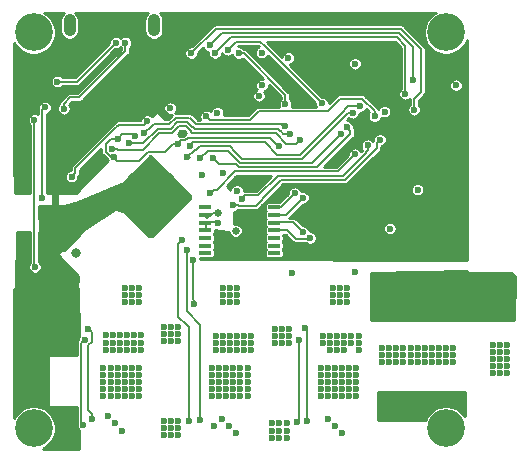
<source format=gbl>
G04 #@! TF.GenerationSoftware,KiCad,Pcbnew,(5.1.4-0)*
G04 #@! TF.CreationDate,2019-10-13T11:49:40-04:00*
G04 #@! TF.ProjectId,PCB_V1.3,5043425f-5631-42e3-932e-6b696361645f,rev?*
G04 #@! TF.SameCoordinates,Original*
G04 #@! TF.FileFunction,Copper,L4,Bot*
G04 #@! TF.FilePolarity,Positive*
%FSLAX46Y46*%
G04 Gerber Fmt 4.6, Leading zero omitted, Abs format (unit mm)*
G04 Created by KiCad (PCBNEW (5.1.4-0)) date 2019-10-13 11:49:40*
%MOMM*%
%LPD*%
G04 APERTURE LIST*
%ADD10O,1.050000X1.900000*%
%ADD11C,0.700000*%
%ADD12C,0.100000*%
%ADD13C,5.150000*%
%ADD14R,0.990600X0.304800*%
%ADD15C,3.200000*%
%ADD16C,0.600000*%
%ADD17C,0.800000*%
%ADD18C,0.650000*%
%ADD19C,0.210000*%
%ADD20C,0.205740*%
%ADD21C,0.300000*%
%ADD22C,0.600000*%
%ADD23C,0.254000*%
G04 APERTURE END LIST*
D10*
X65025000Y-52300000D03*
X72175000Y-52300000D03*
D11*
X71900000Y-69628427D03*
X72607107Y-68921320D03*
X73314214Y-68214214D03*
X74021320Y-67507107D03*
X74728427Y-66800000D03*
X74021320Y-66092893D03*
X73314214Y-66800000D03*
X72607107Y-67507107D03*
X71900000Y-68214214D03*
X71192893Y-68921320D03*
X70485786Y-68214214D03*
X71192893Y-67507107D03*
X71900000Y-66800000D03*
X72607107Y-66092893D03*
X73314214Y-65385786D03*
X72607107Y-64678680D03*
X71900000Y-65385786D03*
X71192893Y-66092893D03*
X70485786Y-66800000D03*
X69778680Y-67507107D03*
X71900000Y-63971573D03*
X71192893Y-64678680D03*
X70485786Y-65385786D03*
X69778680Y-66092893D03*
X69071573Y-66800000D03*
D12*
G36*
X71924735Y-63264142D02*
G01*
X71949231Y-63267776D01*
X71973253Y-63273793D01*
X71996570Y-63282136D01*
X72018957Y-63292724D01*
X72040198Y-63305456D01*
X72060089Y-63320208D01*
X72078438Y-63336839D01*
X75363161Y-66621562D01*
X75379792Y-66639911D01*
X75394544Y-66659802D01*
X75407276Y-66681043D01*
X75417864Y-66703430D01*
X75426207Y-66726747D01*
X75432224Y-66750769D01*
X75435858Y-66775265D01*
X75437073Y-66800000D01*
X75435858Y-66824735D01*
X75432224Y-66849231D01*
X75426207Y-66873253D01*
X75417864Y-66896570D01*
X75407276Y-66918957D01*
X75394544Y-66940198D01*
X75379792Y-66960089D01*
X75363161Y-66978438D01*
X72078438Y-70263161D01*
X72060089Y-70279792D01*
X72040198Y-70294544D01*
X72018957Y-70307276D01*
X71996570Y-70317864D01*
X71973253Y-70326207D01*
X71949231Y-70332224D01*
X71924735Y-70335858D01*
X71900000Y-70337073D01*
X71875265Y-70335858D01*
X71850769Y-70332224D01*
X71826747Y-70326207D01*
X71803430Y-70317864D01*
X71781043Y-70307276D01*
X71759802Y-70294544D01*
X71739911Y-70279792D01*
X71721562Y-70263161D01*
X68436839Y-66978438D01*
X68420208Y-66960089D01*
X68405456Y-66940198D01*
X68392724Y-66918957D01*
X68382136Y-66896570D01*
X68373793Y-66873253D01*
X68367776Y-66849231D01*
X68364142Y-66824735D01*
X68362927Y-66800000D01*
X68364142Y-66775265D01*
X68367776Y-66750769D01*
X68373793Y-66726747D01*
X68382136Y-66703430D01*
X68392724Y-66681043D01*
X68405456Y-66659802D01*
X68420208Y-66639911D01*
X68436839Y-66621562D01*
X71721562Y-63336839D01*
X71739911Y-63320208D01*
X71759802Y-63305456D01*
X71781043Y-63292724D01*
X71803430Y-63282136D01*
X71826747Y-63273793D01*
X71850769Y-63267776D01*
X71875265Y-63264142D01*
X71900000Y-63262927D01*
X71924735Y-63264142D01*
X71924735Y-63264142D01*
G37*
D13*
X71900000Y-66800000D03*
D14*
X76532200Y-67700000D03*
X76532200Y-68350000D03*
X76532200Y-69000000D03*
X76532200Y-69650000D03*
X76532200Y-70300000D03*
X76532200Y-70950000D03*
X76532200Y-71600000D03*
X82367800Y-71600000D03*
X82367800Y-70950000D03*
X82367800Y-70300000D03*
X82367800Y-69650000D03*
X82367800Y-69000000D03*
X82367800Y-68350000D03*
X82367800Y-67700000D03*
D15*
X62000000Y-52900000D03*
X62000000Y-86400000D03*
X96900000Y-52900000D03*
X96900000Y-86400000D03*
D16*
X74584560Y-61396880D03*
X65550000Y-59050000D03*
X60650000Y-60300000D03*
X97700000Y-83600000D03*
X68050000Y-63850000D03*
X76210160Y-64978280D03*
X94700000Y-83600000D03*
D17*
X60900000Y-70400000D03*
X60800000Y-84450000D03*
D16*
X67750000Y-53750000D03*
X91400000Y-61000000D03*
D17*
X96800000Y-70400000D03*
D16*
X93500000Y-83600000D03*
X94100000Y-83600000D03*
X91700000Y-83600000D03*
X96500000Y-83600000D03*
X97100000Y-83600000D03*
X95900000Y-83600000D03*
X92900000Y-83600000D03*
X92300000Y-83600000D03*
X95300000Y-83600000D03*
X100900000Y-76050000D03*
X102100000Y-76650000D03*
X100900000Y-76650000D03*
X101500000Y-75450000D03*
X101500000Y-76650000D03*
X102100000Y-75450000D03*
X101500000Y-76050000D03*
X102100000Y-76050000D03*
X100900000Y-75450000D03*
X101500000Y-74850000D03*
X102100000Y-74850000D03*
X100900000Y-74250000D03*
X102100000Y-74250000D03*
X100900000Y-74850000D03*
X101500000Y-74250000D03*
X70900000Y-75100000D03*
X70300000Y-74500000D03*
X70300000Y-75100000D03*
X69700000Y-75700000D03*
X69700000Y-74500000D03*
X70900000Y-75700000D03*
X70900000Y-74500000D03*
X69700000Y-75100000D03*
X79200000Y-75100000D03*
X78600000Y-74500000D03*
X78600000Y-75100000D03*
X78000000Y-75700000D03*
X78000000Y-74500000D03*
X79200000Y-75700000D03*
X79200000Y-74500000D03*
X88500000Y-75100000D03*
X87900000Y-74500000D03*
X87900000Y-75100000D03*
X87300000Y-75700000D03*
X87300000Y-74500000D03*
X88500000Y-75700000D03*
X88500000Y-74500000D03*
X87300000Y-75100000D03*
X87900000Y-75700000D03*
X78000000Y-75100000D03*
X78600000Y-75700000D03*
X70300000Y-75700000D03*
X92900000Y-75800000D03*
X96500000Y-75800000D03*
X91700000Y-75800000D03*
X93500000Y-75200000D03*
X94700000Y-75800000D03*
X97700000Y-76400000D03*
X95300000Y-75800000D03*
X96500000Y-76400000D03*
X94700000Y-75200000D03*
X92300000Y-75800000D03*
X94700000Y-76400000D03*
X93500000Y-75800000D03*
X94100000Y-75200000D03*
X91700000Y-75200000D03*
X94100000Y-76400000D03*
X93500000Y-76400000D03*
X92900000Y-76400000D03*
X92300000Y-75200000D03*
X92900000Y-75200000D03*
X94100000Y-75800000D03*
X92300000Y-76400000D03*
X97100000Y-75200000D03*
X95300000Y-76400000D03*
X91700000Y-76400000D03*
X97100000Y-76400000D03*
X95900000Y-75800000D03*
X95300000Y-75200000D03*
X97700000Y-75200000D03*
X97100000Y-75800000D03*
X95900000Y-76400000D03*
X97700000Y-75800000D03*
X95900000Y-75200000D03*
X96500000Y-75200000D03*
X92900000Y-85400000D03*
X93500000Y-84200000D03*
X94100000Y-85400000D03*
X91700000Y-84800000D03*
X92900000Y-84800000D03*
X91700000Y-85400000D03*
X93500000Y-85400000D03*
X91700000Y-84200000D03*
X92300000Y-84800000D03*
X94700000Y-84200000D03*
X94100000Y-84200000D03*
X93500000Y-84800000D03*
X94700000Y-85400000D03*
X92300000Y-85400000D03*
X94100000Y-84800000D03*
X92300000Y-84200000D03*
X92900000Y-84200000D03*
X94700000Y-84800000D03*
X97100000Y-84200000D03*
X95300000Y-84800000D03*
X95300000Y-84200000D03*
X97700000Y-84200000D03*
X95900000Y-84200000D03*
X96500000Y-84200000D03*
X74200000Y-86400000D03*
X73600000Y-85800000D03*
X73600000Y-86400000D03*
X73000000Y-87000000D03*
X73000000Y-85800000D03*
X74200000Y-87000000D03*
X74200000Y-85800000D03*
X73000000Y-86400000D03*
X73600000Y-87000000D03*
X83400000Y-86600000D03*
X82800000Y-86000000D03*
X82800000Y-86600000D03*
X82200000Y-87200000D03*
X82200000Y-86000000D03*
X83400000Y-87200000D03*
X83400000Y-86000000D03*
X82200000Y-86600000D03*
X82800000Y-87200000D03*
X82400000Y-79200000D03*
X83000000Y-79200000D03*
X83600000Y-78000000D03*
X82400000Y-78000000D03*
X83000000Y-78600000D03*
X82400000Y-78600000D03*
X83600000Y-78600000D03*
X83000000Y-78000000D03*
X83600000Y-79200000D03*
X74200000Y-77800000D03*
X73600000Y-77800000D03*
X73000000Y-77800000D03*
X74200000Y-78400000D03*
X73600000Y-78400000D03*
X73000000Y-78400000D03*
X74200000Y-79000000D03*
X73600000Y-79000000D03*
X73000000Y-79000000D03*
X83700000Y-70700000D03*
D18*
X79300000Y-68300000D03*
X77600000Y-68200000D03*
D16*
X80340000Y-54280000D03*
X89400000Y-70600000D03*
X88950000Y-67150000D03*
X86550000Y-71850000D03*
X85050000Y-58400000D03*
X92000000Y-55550000D03*
X95815000Y-58000000D03*
X96700000Y-64100000D03*
X79200000Y-65300000D03*
X73490000Y-57650000D03*
D17*
X65450000Y-74650000D03*
D16*
X65400000Y-85800000D03*
X65400000Y-87000000D03*
X65400000Y-86400000D03*
X64800000Y-87000000D03*
X64200000Y-86400000D03*
X64200000Y-85800000D03*
X64200000Y-87000000D03*
X64800000Y-86400000D03*
X64800000Y-85800000D03*
X65200000Y-79400000D03*
X64600000Y-78200000D03*
X65200000Y-78800000D03*
X64000000Y-78800000D03*
X64600000Y-78800000D03*
X64000000Y-78200000D03*
X65200000Y-78200000D03*
X64600000Y-79400000D03*
X64000000Y-79400000D03*
X96950000Y-55600000D03*
X66500000Y-67400000D03*
X61900000Y-75200000D03*
X65200000Y-65100000D03*
X101500000Y-79950000D03*
X102100000Y-79950000D03*
X102100000Y-79350000D03*
X100900000Y-79350000D03*
X100900000Y-79950000D03*
X101500000Y-79350000D03*
X100900000Y-81150000D03*
X102100000Y-81750000D03*
X100900000Y-81750000D03*
X101500000Y-80550000D03*
X101500000Y-81750000D03*
X102100000Y-80550000D03*
X101500000Y-81150000D03*
X102100000Y-81150000D03*
X100900000Y-80550000D03*
X92700000Y-80200000D03*
X96300000Y-80200000D03*
X91500000Y-80200000D03*
X93300000Y-79600000D03*
X94500000Y-80200000D03*
X97500000Y-80800000D03*
X95100000Y-80200000D03*
X96300000Y-80800000D03*
X94500000Y-79600000D03*
X92100000Y-80200000D03*
X94500000Y-80800000D03*
X93300000Y-80200000D03*
X93900000Y-79600000D03*
X91500000Y-79600000D03*
X93900000Y-80800000D03*
X93300000Y-80800000D03*
X92700000Y-80800000D03*
X92100000Y-79600000D03*
X92700000Y-79600000D03*
X93900000Y-80200000D03*
X92100000Y-80800000D03*
X96900000Y-79600000D03*
X95100000Y-80800000D03*
X91500000Y-80800000D03*
X96900000Y-80800000D03*
X95700000Y-80200000D03*
X95100000Y-79600000D03*
X97500000Y-79600000D03*
X96900000Y-80200000D03*
X95700000Y-80800000D03*
X97500000Y-80200000D03*
X95700000Y-79600000D03*
X96300000Y-79600000D03*
X86900000Y-83700000D03*
X88100000Y-83700000D03*
X88700000Y-83700000D03*
X87500000Y-83700000D03*
X86300000Y-83700000D03*
X89300000Y-83700000D03*
X88100000Y-81900000D03*
X88700000Y-82500000D03*
X87500000Y-81900000D03*
X86300000Y-82500000D03*
X88100000Y-82500000D03*
X88700000Y-83100000D03*
X86900000Y-83100000D03*
X88100000Y-83100000D03*
X86900000Y-82500000D03*
X87500000Y-81300000D03*
X87500000Y-82500000D03*
X86900000Y-81900000D03*
X86300000Y-81300000D03*
X88700000Y-81300000D03*
X88700000Y-81900000D03*
X86900000Y-81300000D03*
X86300000Y-81900000D03*
X89300000Y-81300000D03*
X89300000Y-82500000D03*
X88100000Y-81300000D03*
X89300000Y-81900000D03*
X89300000Y-83100000D03*
X87500000Y-83100000D03*
X86300000Y-83100000D03*
X77700000Y-83700000D03*
X78900000Y-83700000D03*
X79500000Y-83700000D03*
X78300000Y-83700000D03*
X77100000Y-83700000D03*
X80100000Y-83700000D03*
X78900000Y-81900000D03*
X79500000Y-82500000D03*
X78300000Y-81900000D03*
X77100000Y-82500000D03*
X78900000Y-82500000D03*
X79500000Y-83100000D03*
X77700000Y-83100000D03*
X78900000Y-83100000D03*
X77700000Y-82500000D03*
X78300000Y-81300000D03*
X78300000Y-82500000D03*
X77700000Y-81900000D03*
X77100000Y-81300000D03*
X79500000Y-81300000D03*
X79500000Y-81900000D03*
X77700000Y-81300000D03*
X77100000Y-81900000D03*
X80100000Y-81300000D03*
X80100000Y-82500000D03*
X78900000Y-81300000D03*
X80100000Y-81900000D03*
X80100000Y-83100000D03*
X78300000Y-83100000D03*
X77100000Y-83100000D03*
X71600000Y-60400000D03*
D17*
X65550000Y-71600000D03*
D16*
X69700000Y-82500000D03*
X67900000Y-82500000D03*
X69100000Y-81900000D03*
X67900000Y-81900000D03*
X70300000Y-82500000D03*
X69700000Y-81300000D03*
X69100000Y-82500000D03*
X70900000Y-82500000D03*
X70300000Y-81900000D03*
X68500000Y-82500000D03*
X70900000Y-81900000D03*
X68500000Y-81300000D03*
X69100000Y-81300000D03*
X70900000Y-81300000D03*
X68500000Y-81900000D03*
X70300000Y-81300000D03*
X69700000Y-81900000D03*
X67900000Y-81300000D03*
X70900000Y-83100000D03*
X69100000Y-83100000D03*
X68500000Y-83100000D03*
X69700000Y-83100000D03*
X67900000Y-83100000D03*
X70300000Y-83100000D03*
X70900000Y-83700000D03*
X69100000Y-83700000D03*
X68500000Y-83700000D03*
X69700000Y-83700000D03*
X67900000Y-83700000D03*
X70300000Y-83700000D03*
X75209400Y-62468760D03*
X89600000Y-59150000D03*
X75011280Y-63459360D03*
X89000000Y-59700000D03*
X76113640Y-63489840D03*
X88000000Y-61500000D03*
X77149960Y-63500000D03*
X88500000Y-60900000D03*
X78000000Y-64800000D03*
D18*
X79100000Y-69700000D03*
D16*
X92150000Y-69500000D03*
X77560000Y-69058600D03*
X77550000Y-59700000D03*
X89200000Y-55550000D03*
X97751100Y-57373600D03*
X79200000Y-66300000D03*
X73550000Y-59300000D03*
X83550000Y-55050000D03*
X89200000Y-73200000D03*
X94500000Y-66200000D03*
X89200000Y-63200000D03*
X76940000Y-66500000D03*
X90260000Y-62450000D03*
X79600000Y-67000000D03*
X85000000Y-77950000D03*
X85150000Y-85800000D03*
X84450000Y-78900000D03*
X84300000Y-85900000D03*
X75100000Y-85800000D03*
X74550000Y-70500000D03*
X74950000Y-71300000D03*
X76100000Y-85750000D03*
X75500000Y-72200000D03*
X75600000Y-75850000D03*
X79200000Y-79200000D03*
X79800000Y-79800000D03*
X78600000Y-79200000D03*
X77400000Y-79800000D03*
X79200000Y-79800000D03*
X78000000Y-79800000D03*
X78600000Y-78600000D03*
X78600000Y-79800000D03*
X78000000Y-79200000D03*
X77400000Y-78600000D03*
X79800000Y-78600000D03*
X79800000Y-79200000D03*
X78000000Y-78600000D03*
X77400000Y-79200000D03*
X80400000Y-78600000D03*
X80400000Y-79800000D03*
X79200000Y-78600000D03*
X80400000Y-79200000D03*
X69900000Y-79150000D03*
X70500000Y-79750000D03*
X69300000Y-79150000D03*
X68100000Y-79750000D03*
X69900000Y-79750000D03*
X68700000Y-79750000D03*
X69300000Y-78550000D03*
X69300000Y-79750000D03*
X68700000Y-79150000D03*
X68100000Y-78550000D03*
X70500000Y-78550000D03*
X70500000Y-79150000D03*
X68700000Y-78550000D03*
X68100000Y-79150000D03*
X71100000Y-78550000D03*
X71100000Y-79750000D03*
X69900000Y-78550000D03*
X71100000Y-79150000D03*
X66600000Y-78000000D03*
X66900000Y-85600000D03*
X66300000Y-78900000D03*
X66200000Y-86100000D03*
X81290000Y-54600000D03*
X84800000Y-66900000D03*
X85400000Y-70300000D03*
X84100000Y-66500000D03*
X84800000Y-69800000D03*
X79340000Y-54650000D03*
X83300000Y-58950000D03*
X94100000Y-56900000D03*
X76900000Y-54000000D03*
X77340000Y-54650000D03*
X93450000Y-58100000D03*
X78421100Y-54375000D03*
X86400000Y-58900000D03*
X91700000Y-59600000D03*
X75340000Y-54650000D03*
X94200000Y-59445000D03*
X88300000Y-79200000D03*
X87700000Y-79200000D03*
X88300000Y-79800000D03*
X87100000Y-79800000D03*
X87700000Y-78600000D03*
X87700000Y-79800000D03*
X87100000Y-79200000D03*
X86500000Y-78600000D03*
X88900000Y-78600000D03*
X88900000Y-79200000D03*
X87100000Y-78600000D03*
X86500000Y-79200000D03*
X89500000Y-78600000D03*
X89500000Y-79800000D03*
X88300000Y-78600000D03*
X89500000Y-79200000D03*
X76600000Y-60000000D03*
X90850000Y-60000000D03*
X68300000Y-85400000D03*
X68900000Y-86000000D03*
X69500000Y-86600000D03*
X77300000Y-86200000D03*
X77900000Y-85600000D03*
X78500000Y-86200000D03*
X79100000Y-86800000D03*
X86900000Y-85600000D03*
X87500000Y-86200000D03*
X88100000Y-86800000D03*
X91320000Y-61980000D03*
X78900000Y-67500000D03*
X68631100Y-62728600D03*
X84500000Y-62000000D03*
X83700000Y-61500000D03*
X70031100Y-62278600D03*
X71331100Y-61378600D03*
X83300000Y-60850000D03*
X81325000Y-57375000D03*
X81066456Y-58266456D03*
X64550000Y-59350000D03*
X69750000Y-53750000D03*
X62100000Y-72750000D03*
X83850000Y-73250000D03*
X62050000Y-60300000D03*
X68950000Y-53750000D03*
X64000000Y-57050000D03*
X82750000Y-62550000D03*
X74178160Y-62326520D03*
X70581100Y-61678600D03*
X68781100Y-63478600D03*
X69100000Y-61900000D03*
X62950000Y-59250000D03*
X62700000Y-66900000D03*
D19*
X73481100Y-68478600D02*
X73431100Y-68428600D01*
D20*
X77140381Y-68200000D02*
X77600000Y-68200000D01*
X76977500Y-68362881D02*
X77140381Y-68200000D01*
D21*
X63374264Y-68150000D02*
X63800000Y-67724264D01*
X62950000Y-68150000D02*
X63374264Y-68150000D01*
D22*
X63800000Y-67724264D02*
X63800000Y-65700000D01*
D19*
X71600000Y-60400000D02*
X71475736Y-60400000D01*
X71600000Y-60400000D02*
X71400000Y-60600000D01*
X71300001Y-60699999D02*
X69200001Y-60699999D01*
X71600000Y-60400000D02*
X71300001Y-60699999D01*
X65499999Y-64400001D02*
X69000000Y-60900000D01*
X65200000Y-65100000D02*
X65499999Y-64800001D01*
X69000000Y-60900000D02*
X67300000Y-62600000D01*
X65499999Y-64800001D02*
X65499999Y-64400001D01*
X69200001Y-60699999D02*
X69000000Y-60900000D01*
D20*
X88602925Y-59144729D02*
X87973827Y-59773827D01*
X89271802Y-59150000D02*
X89266531Y-59144729D01*
X89600000Y-59150000D02*
X89271802Y-59150000D01*
D19*
X84515253Y-63232401D02*
X87973827Y-59773827D01*
D20*
X89266531Y-59144729D02*
X88602925Y-59144729D01*
D19*
X75605919Y-62168761D02*
X75607261Y-62167419D01*
X75509399Y-62168761D02*
X75605919Y-62168761D01*
X75209400Y-62468760D02*
X75509399Y-62168761D01*
X81567939Y-62167419D02*
X82632921Y-63232401D01*
X82632921Y-63232401D02*
X82746479Y-63232401D01*
X75607261Y-62167419D02*
X81567939Y-62167419D01*
D20*
X84515253Y-63232401D02*
X82746479Y-63232401D01*
X88575736Y-59700000D02*
X89000000Y-59700000D01*
X84683055Y-63592681D02*
X88575736Y-59700000D01*
X79636815Y-63592681D02*
X84683055Y-63592681D01*
X79072734Y-63028600D02*
X79636815Y-63592681D01*
D19*
X75011280Y-63459360D02*
X75227726Y-63459360D01*
X75746481Y-62835919D02*
X76052571Y-62529829D01*
X75634721Y-62835919D02*
X75746481Y-62835919D01*
X75011280Y-63459360D02*
X75634721Y-62835919D01*
X78573963Y-62529829D02*
X79072734Y-63028600D01*
X76052571Y-62529829D02*
X78573963Y-62529829D01*
D20*
X87700001Y-61799999D02*
X88000000Y-61500000D01*
X85549169Y-63950831D02*
X87700001Y-61799999D01*
X79032363Y-63494729D02*
X79488465Y-63950831D01*
X79488465Y-63950831D02*
X85549169Y-63950831D01*
D19*
X76113640Y-63489840D02*
X76711241Y-62892239D01*
X78423849Y-62892239D02*
X79221332Y-63689722D01*
X76711241Y-62892239D02*
X78423849Y-62892239D01*
D20*
X88799999Y-61521803D02*
X88799999Y-61199999D01*
X86012823Y-64308979D02*
X88799999Y-61521803D01*
X79340115Y-64308981D02*
X86012823Y-64308979D01*
X88799999Y-61199999D02*
X88500000Y-60900000D01*
D19*
X79334972Y-64306851D02*
X79340114Y-64306851D01*
X79080252Y-64052131D02*
X79334972Y-64306851D01*
X77702091Y-64052131D02*
X79080252Y-64052131D01*
X77149960Y-63500000D02*
X77702091Y-64052131D01*
X77481400Y-68980000D02*
X77560000Y-69058600D01*
X76552200Y-68980000D02*
X77481400Y-68980000D01*
X76552200Y-68980000D02*
X76552200Y-69630000D01*
X77239999Y-66200001D02*
X77512045Y-66200001D01*
X76940000Y-66500000D02*
X77239999Y-66200001D01*
D20*
X79191766Y-64667130D02*
X86161174Y-64667128D01*
X79044917Y-64667129D02*
X79191766Y-64667130D01*
X77512045Y-66200001D02*
X79044917Y-64667129D01*
D19*
X87735003Y-64664997D02*
X86166317Y-64664997D01*
X89200000Y-63200000D02*
X87735003Y-64664997D01*
D20*
X79899999Y-66700001D02*
X79600000Y-67000000D01*
X80999999Y-66700001D02*
X79899999Y-66700001D01*
X88196525Y-65025277D02*
X82674723Y-65025277D01*
X89800000Y-63421802D02*
X88196525Y-65025277D01*
X82674723Y-65025277D02*
X80999999Y-66700001D01*
D19*
X89429395Y-63789395D02*
X90200000Y-63018790D01*
X90156742Y-63062048D02*
X88269395Y-64949395D01*
X90156742Y-62977522D02*
X90156742Y-63062048D01*
X90260000Y-62874264D02*
X90156742Y-62977522D01*
X90260000Y-62450000D02*
X90260000Y-62874264D01*
D20*
X85150000Y-78100000D02*
X85000000Y-77950000D01*
X85150000Y-85800000D02*
X85150000Y-78100000D01*
X84450000Y-85750000D02*
X84300000Y-85900000D01*
X84450000Y-78900000D02*
X84450000Y-85750000D01*
D19*
X74250001Y-70799999D02*
X74550000Y-70500000D01*
X74250001Y-76950001D02*
X74250001Y-70799999D01*
D20*
X75100000Y-85800000D02*
X75100000Y-77800000D01*
X75100000Y-77800000D02*
X75000000Y-77700000D01*
D19*
X75000000Y-77700000D02*
X74250001Y-76950001D01*
X76100000Y-77650000D02*
X74950000Y-76500000D01*
X76100000Y-85750000D02*
X76100000Y-77650000D01*
D20*
X74944729Y-76494729D02*
X74950000Y-76500000D01*
X74944729Y-71305271D02*
X74944729Y-76494729D01*
X74950000Y-71300000D02*
X74944729Y-71305271D01*
D19*
X75500000Y-72300000D02*
X75600000Y-72200000D01*
X75600000Y-75850000D02*
X75600000Y-75600000D01*
X75500000Y-75500000D02*
X75500000Y-72200000D01*
X75600000Y-75600000D02*
X75500000Y-75500000D01*
D20*
X66900000Y-85175736D02*
X66558150Y-84833886D01*
X66900000Y-85600000D02*
X66900000Y-85175736D01*
X66558150Y-84833886D02*
X66558150Y-79400000D01*
X66558150Y-79400000D02*
X66600000Y-79400000D01*
X66600000Y-79400000D02*
X66900000Y-79100000D01*
X66899999Y-78299999D02*
X66600000Y-78000000D01*
X66900000Y-79100000D02*
X66899999Y-78299999D01*
X66200000Y-79000000D02*
X66300000Y-78900000D01*
X66000001Y-79199999D02*
X66000000Y-85900000D01*
X66300000Y-78900000D02*
X66000001Y-79199999D01*
D19*
X83098100Y-68325000D02*
X83375000Y-68325000D01*
X83093100Y-68330000D02*
X83098100Y-68325000D01*
X82387800Y-68330000D02*
X83093100Y-68330000D01*
X83375000Y-68325000D02*
X84800000Y-66900000D01*
D20*
X84177073Y-70355271D02*
X83600402Y-69778600D01*
X85121802Y-70300000D02*
X85066531Y-70355271D01*
X85066531Y-70355271D02*
X84177073Y-70355271D01*
X85400000Y-70300000D02*
X85121802Y-70300000D01*
D19*
X83451802Y-69630000D02*
X83600402Y-69778600D01*
X82387800Y-69630000D02*
X83451802Y-69630000D01*
X83800001Y-66799999D02*
X84100000Y-66500000D01*
X82920000Y-67680000D02*
X83800001Y-66799999D01*
X82387800Y-67680000D02*
X82920000Y-67680000D01*
D20*
X84128600Y-69128600D02*
X84800000Y-69800000D01*
D19*
X83980000Y-68980000D02*
X82387800Y-68980000D01*
X84128600Y-69128600D02*
X83980000Y-68980000D01*
X83300000Y-58525736D02*
X83300000Y-58950000D01*
X83300000Y-58185736D02*
X83300000Y-58525736D01*
X79764264Y-54650000D02*
X83300000Y-58185736D01*
X79340000Y-54650000D02*
X79764264Y-54650000D01*
D20*
X77946571Y-52953429D02*
X92953429Y-52953429D01*
X76900000Y-54000000D02*
X77946571Y-52953429D01*
X92953429Y-52953429D02*
X94100000Y-54100000D01*
X94100000Y-54100000D02*
X94100000Y-56900000D01*
D19*
X77322864Y-54508600D02*
X77311100Y-54508600D01*
X77365000Y-54550736D02*
X77322864Y-54508600D01*
D20*
X92711579Y-53311579D02*
X93450000Y-54050000D01*
X78662719Y-53311579D02*
X92711579Y-53311579D01*
X77340000Y-54634298D02*
X78662719Y-53311579D01*
X77340000Y-54650000D02*
X77340000Y-54634298D01*
X93450000Y-54050000D02*
X93450000Y-58100000D01*
X81181531Y-53669729D02*
X79126371Y-53669729D01*
X81544729Y-54032927D02*
X81181531Y-53669729D01*
X79126371Y-53669729D02*
X78421100Y-54375000D01*
X81544729Y-54044729D02*
X81544729Y-54032927D01*
X86400000Y-58900000D02*
X81544729Y-54044729D01*
X94800000Y-57900000D02*
X94200000Y-58500000D01*
X94200000Y-58500000D02*
X94200000Y-59445000D01*
X94800000Y-54293500D02*
X94800000Y-54900000D01*
X93101780Y-52595280D02*
X94800000Y-54293500D01*
X77394721Y-52595279D02*
X93101780Y-52595280D01*
X75340000Y-54650000D02*
X77394721Y-52595279D01*
X94800000Y-54900000D02*
X94800000Y-57900000D01*
X90850000Y-59575736D02*
X90850000Y-60000000D01*
X87924264Y-58500000D02*
X89774264Y-58500000D01*
X86868993Y-59555271D02*
X87924264Y-58500000D01*
X89774264Y-58500000D02*
X90850000Y-59575736D01*
X81044729Y-59555271D02*
X86868993Y-59555271D01*
X76923469Y-60305271D02*
X80294729Y-60305271D01*
X80294729Y-60305271D02*
X81044729Y-59555271D01*
X76568198Y-59950000D02*
X76923469Y-60305271D01*
X88344875Y-65383427D02*
X82973073Y-65383427D01*
X81203250Y-67153250D02*
X81162523Y-67193977D01*
X81528250Y-66828250D02*
X81203250Y-67153250D01*
X82973073Y-65383427D02*
X81528250Y-66828250D01*
D19*
X79381665Y-67557401D02*
X80799099Y-67557401D01*
X80799099Y-67557401D02*
X81203250Y-67153250D01*
X79324264Y-67500000D02*
X79381665Y-67557401D01*
X78900000Y-67500000D02*
X79324264Y-67500000D01*
X91020001Y-62279999D02*
X91020001Y-62708301D01*
X91020001Y-62708301D02*
X90519151Y-63209151D01*
D20*
X90519151Y-63209151D02*
X88344875Y-65383427D01*
D19*
X91320000Y-61980000D02*
X91020001Y-62279999D01*
D20*
X90599999Y-63128303D02*
X90519151Y-63209151D01*
D19*
X84200001Y-62299999D02*
X84500000Y-62000000D01*
X75277434Y-61302354D02*
X75417679Y-61442599D01*
X75277434Y-61264800D02*
X75277434Y-61302354D01*
X82467553Y-61442599D02*
X83324953Y-62299999D01*
X74852113Y-60839479D02*
X75277434Y-61264800D01*
X74317007Y-60839479D02*
X74852113Y-60839479D01*
X73713887Y-61442599D02*
X74317007Y-60839479D01*
X72601428Y-61442599D02*
X73713887Y-61442599D01*
X71208026Y-62836001D02*
X72601428Y-61442599D01*
X75417679Y-61442599D02*
X82467553Y-61442599D01*
X68631100Y-62728600D02*
X69055364Y-62728600D01*
X83324953Y-62299999D02*
X84200001Y-62299999D01*
X69055364Y-62728600D02*
X69160635Y-62833871D01*
X69763547Y-62836001D02*
X71208026Y-62836001D01*
X69761417Y-62833871D02*
X69763547Y-62836001D01*
X69160635Y-62833871D02*
X69761417Y-62833871D01*
X70031100Y-62278600D02*
X70121100Y-62418600D01*
X83700000Y-61500000D02*
X83128198Y-61500000D01*
X75002228Y-60477069D02*
X75427549Y-60902390D01*
X73593961Y-61050001D02*
X74166892Y-60477069D01*
X74166892Y-60477069D02*
X75002228Y-60477069D01*
X72481501Y-61050001D02*
X73593961Y-61050001D01*
X71252902Y-62278600D02*
X72481501Y-61050001D01*
X70031100Y-62278600D02*
X71252902Y-62278600D01*
X75461670Y-60902390D02*
X75639469Y-61080189D01*
X75427549Y-60902390D02*
X75461670Y-60902390D01*
X75639469Y-61080189D02*
X82708387Y-61080189D01*
X82708387Y-61080189D02*
X82993279Y-61365081D01*
X82993279Y-61365081D02*
X82754519Y-61126321D01*
X83128198Y-61500000D02*
X82993279Y-61365081D01*
D20*
X71631099Y-61078601D02*
X71331100Y-61378600D01*
X71771399Y-61078601D02*
X71631099Y-61078601D01*
X72200000Y-60650000D02*
X71771399Y-61078601D01*
X83300000Y-60850000D02*
X83100000Y-60850000D01*
D19*
X74016777Y-60114659D02*
X75152343Y-60114659D01*
X73481437Y-60650000D02*
X74016777Y-60114659D01*
X82915551Y-60665551D02*
X82991760Y-60741760D01*
X75737356Y-60665551D02*
X82915551Y-60665551D01*
X75186464Y-60114659D02*
X75737356Y-60665551D01*
D20*
X82991760Y-60741760D02*
X82913421Y-60663421D01*
X83100000Y-60850000D02*
X82991760Y-60741760D01*
D19*
X73208000Y-60650000D02*
X73481437Y-60650000D01*
X72200000Y-60650000D02*
X73208000Y-60650000D01*
D20*
X62050000Y-72700000D02*
X62100000Y-72750000D01*
X62050000Y-60300000D02*
X62050000Y-72700000D01*
X69750000Y-54500000D02*
X69750000Y-53750000D01*
X65855271Y-58394729D02*
X69750000Y-54500000D01*
D19*
X64550000Y-58925736D02*
X64550000Y-59350000D01*
X65081007Y-58394729D02*
X64550000Y-58925736D01*
X65855271Y-58394729D02*
X65081007Y-58394729D01*
D20*
X65650000Y-57050000D02*
X64000000Y-57050000D01*
X68950000Y-53750000D02*
X65650000Y-57050000D01*
D19*
X69081099Y-63778599D02*
X69178599Y-63778599D01*
X68781100Y-63478600D02*
X69081099Y-63778599D01*
D20*
X70878479Y-63778599D02*
X69081099Y-63778599D01*
X71670831Y-62986247D02*
X70878479Y-63778599D01*
X82094729Y-61894729D02*
X82450001Y-62250001D01*
X68075829Y-62363871D02*
X68341100Y-62098600D01*
X68075829Y-62995131D02*
X68075829Y-62363871D01*
X68559298Y-63478600D02*
X68075829Y-62995131D01*
X68781100Y-63478600D02*
X68559298Y-63478600D01*
D19*
X69471400Y-61528600D02*
X69100000Y-61900000D01*
X70431100Y-61528600D02*
X69471400Y-61528600D01*
X70581100Y-61678600D02*
X70431100Y-61528600D01*
X68539700Y-61900000D02*
X69100000Y-61900000D01*
X68341100Y-62098600D02*
X68539700Y-61900000D01*
X73753896Y-62326520D02*
X73094169Y-62986247D01*
X73094169Y-62986247D02*
X71770913Y-62986247D01*
X74178160Y-62326520D02*
X73753896Y-62326520D01*
X71670831Y-62986247D02*
X71770913Y-62986247D01*
X82005009Y-61805009D02*
X82276640Y-62076640D01*
D20*
X82276640Y-62076640D02*
X82100001Y-61900001D01*
X82750000Y-62550000D02*
X82276640Y-62076640D01*
D19*
X82450001Y-62250001D02*
X82750000Y-62550000D01*
X82005009Y-61805009D02*
X82450001Y-62250001D01*
X74826685Y-62026521D02*
X75048197Y-61805009D01*
X75048197Y-61805009D02*
X82005009Y-61805009D01*
X74478159Y-62026521D02*
X74826685Y-62026521D01*
X74178160Y-62326520D02*
X74478159Y-62026521D01*
X62700000Y-59500000D02*
X62950000Y-59250000D01*
X62700000Y-66900000D02*
X62700000Y-59500000D01*
D23*
G36*
X71921159Y-66800186D02*
G01*
X71899814Y-66821159D01*
X71878841Y-66799814D01*
X71900186Y-66778841D01*
X71921159Y-66800186D01*
X71921159Y-66800186D01*
G37*
X71921159Y-66800186D02*
X71899814Y-66821159D01*
X71878841Y-66799814D01*
X71900186Y-66778841D01*
X71921159Y-66800186D01*
G36*
X98663237Y-73132503D02*
G01*
X98663385Y-73132786D01*
X98666340Y-73140022D01*
X98667853Y-73142311D01*
X98669045Y-73145184D01*
X98676945Y-73156992D01*
X98684747Y-73168903D01*
X98687129Y-73171329D01*
X98689030Y-73174156D01*
X98698762Y-73183829D01*
X98708311Y-73193640D01*
X98711910Y-73196116D01*
X98714819Y-73198971D01*
X98726931Y-73206901D01*
X98739013Y-73214921D01*
X98740396Y-73215489D01*
X98741043Y-73215935D01*
X98749600Y-73219627D01*
X98751223Y-73220475D01*
X98756460Y-73222587D01*
X98761650Y-73224826D01*
X98763395Y-73225383D01*
X98772037Y-73228868D01*
X98773094Y-73229068D01*
X98774851Y-73229803D01*
X98788673Y-73232603D01*
X98790144Y-73233100D01*
X98792313Y-73233382D01*
X98802512Y-73235566D01*
X98809939Y-73235675D01*
X98819836Y-73236962D01*
X98829428Y-73236319D01*
X98839035Y-73236352D01*
X98840400Y-73236086D01*
X102430339Y-73232072D01*
X102707290Y-73509402D01*
X102707290Y-73639796D01*
X102625842Y-77223502D01*
X90527000Y-77272485D01*
X90527000Y-73225479D01*
X98661209Y-73127477D01*
X98663237Y-73132503D01*
X98663237Y-73132503D01*
G37*
X98663237Y-73132503D02*
X98663385Y-73132786D01*
X98666340Y-73140022D01*
X98667853Y-73142311D01*
X98669045Y-73145184D01*
X98676945Y-73156992D01*
X98684747Y-73168903D01*
X98687129Y-73171329D01*
X98689030Y-73174156D01*
X98698762Y-73183829D01*
X98708311Y-73193640D01*
X98711910Y-73196116D01*
X98714819Y-73198971D01*
X98726931Y-73206901D01*
X98739013Y-73214921D01*
X98740396Y-73215489D01*
X98741043Y-73215935D01*
X98749600Y-73219627D01*
X98751223Y-73220475D01*
X98756460Y-73222587D01*
X98761650Y-73224826D01*
X98763395Y-73225383D01*
X98772037Y-73228868D01*
X98773094Y-73229068D01*
X98774851Y-73229803D01*
X98788673Y-73232603D01*
X98790144Y-73233100D01*
X98792313Y-73233382D01*
X98802512Y-73235566D01*
X98809939Y-73235675D01*
X98819836Y-73236962D01*
X98829428Y-73236319D01*
X98839035Y-73236352D01*
X98840400Y-73236086D01*
X102430339Y-73232072D01*
X102707290Y-73509402D01*
X102707290Y-73639796D01*
X102625842Y-77223502D01*
X90527000Y-77272485D01*
X90527000Y-73225479D01*
X98661209Y-73127477D01*
X98663237Y-73132503D01*
G36*
X98473000Y-85371329D02*
G01*
X98359826Y-85201952D01*
X98098048Y-84940174D01*
X97790230Y-84734497D01*
X97448201Y-84592824D01*
X97085105Y-84520600D01*
X96714895Y-84520600D01*
X96351799Y-84592824D01*
X96009770Y-84734497D01*
X95701952Y-84940174D01*
X95440174Y-85201952D01*
X95234497Y-85509770D01*
X95166885Y-85673000D01*
X91127000Y-85673000D01*
X91127000Y-83327000D01*
X98473000Y-83327000D01*
X98473000Y-85371329D01*
X98473000Y-85371329D01*
G37*
X98473000Y-85371329D02*
X98359826Y-85201952D01*
X98098048Y-84940174D01*
X97790230Y-84734497D01*
X97448201Y-84592824D01*
X97085105Y-84520600D01*
X96714895Y-84520600D01*
X96351799Y-84592824D01*
X96009770Y-84734497D01*
X95701952Y-84940174D01*
X95440174Y-85201952D01*
X95234497Y-85509770D01*
X95166885Y-85673000D01*
X91127000Y-85673000D01*
X91127000Y-83327000D01*
X98473000Y-83327000D01*
X98473000Y-85371329D01*
G36*
X69743596Y-68107032D02*
G01*
X68993905Y-67830830D01*
X68969812Y-67824555D01*
X68944958Y-67823100D01*
X68920298Y-67826522D01*
X68896780Y-67834689D01*
X68880401Y-67843769D01*
X66127859Y-69647159D01*
X66108471Y-69662779D01*
X66095858Y-69677190D01*
X65803818Y-70066576D01*
X64546336Y-71324058D01*
X64505778Y-71286745D01*
X64485892Y-71271766D01*
X64463466Y-71260954D01*
X64439362Y-71254725D01*
X64414505Y-71253318D01*
X64389852Y-71256788D01*
X64366349Y-71265000D01*
X64344900Y-71277640D01*
X64329989Y-71290405D01*
X64060197Y-71560197D01*
X64044403Y-71579443D01*
X64032667Y-71601399D01*
X64025440Y-71625224D01*
X64023000Y-71650000D01*
X64025440Y-71674776D01*
X64032667Y-71698601D01*
X64044403Y-71720557D01*
X64057669Y-71737201D01*
X65721044Y-73498421D01*
X65682709Y-74495119D01*
X65684195Y-74519971D01*
X65690501Y-74544055D01*
X65701385Y-74566447D01*
X65716427Y-74586285D01*
X65724594Y-74593530D01*
X65793921Y-78614508D01*
X65786543Y-78625551D01*
X65742866Y-78730995D01*
X65720600Y-78842934D01*
X65720600Y-78937877D01*
X65716426Y-78942963D01*
X65716421Y-78942968D01*
X65680618Y-78986595D01*
X65645122Y-79053003D01*
X65623263Y-79125062D01*
X65615883Y-79199999D01*
X65617732Y-79218774D01*
X65617732Y-80173000D01*
X63350000Y-80173000D01*
X63325224Y-80175440D01*
X63301399Y-80182667D01*
X63279443Y-80194403D01*
X63260197Y-80210197D01*
X63244403Y-80229443D01*
X63232667Y-80251399D01*
X63225440Y-80275224D01*
X63223000Y-80300000D01*
X63223000Y-84500000D01*
X63225440Y-84524776D01*
X63232667Y-84548601D01*
X63244403Y-84570557D01*
X63260197Y-84589803D01*
X63279443Y-84605597D01*
X63301399Y-84617333D01*
X63325224Y-84624560D01*
X63350000Y-84627000D01*
X65617730Y-84627000D01*
X65617730Y-85918772D01*
X65623262Y-85974937D01*
X65629823Y-85996566D01*
X65620600Y-86042934D01*
X65620600Y-86157066D01*
X65642866Y-86269005D01*
X65686543Y-86374449D01*
X65749951Y-86469346D01*
X65823000Y-86542395D01*
X65823000Y-88123500D01*
X62750213Y-88123500D01*
X62890230Y-88065503D01*
X63198048Y-87859826D01*
X63459826Y-87598048D01*
X63665503Y-87290230D01*
X63807176Y-86948201D01*
X63879400Y-86585105D01*
X63879400Y-86214895D01*
X63807176Y-85851799D01*
X63665503Y-85509770D01*
X63459826Y-85201952D01*
X63198048Y-84940174D01*
X62890230Y-84734497D01*
X62548201Y-84592824D01*
X62185105Y-84520600D01*
X61814895Y-84520600D01*
X61451799Y-84592824D01*
X61109770Y-84734497D01*
X60801952Y-84940174D01*
X60540174Y-85201952D01*
X60334497Y-85509770D01*
X60333501Y-85512175D01*
X60333501Y-74627000D01*
X60350000Y-74627000D01*
X60374776Y-74624560D01*
X60398601Y-74617333D01*
X60420557Y-74605597D01*
X60439803Y-74589803D01*
X60455597Y-74570557D01*
X60467333Y-74548601D01*
X60474560Y-74524776D01*
X60476987Y-74501799D01*
X60543434Y-69810664D01*
X61667731Y-69832137D01*
X61667731Y-72362874D01*
X61649951Y-72380654D01*
X61586543Y-72475551D01*
X61542866Y-72580995D01*
X61520600Y-72692934D01*
X61520600Y-72807066D01*
X61542866Y-72919005D01*
X61586543Y-73024449D01*
X61649951Y-73119346D01*
X61730654Y-73200049D01*
X61825551Y-73263457D01*
X61930995Y-73307134D01*
X62042934Y-73329400D01*
X62157066Y-73329400D01*
X62269005Y-73307134D01*
X62374449Y-73263457D01*
X62469346Y-73200049D01*
X62550049Y-73119346D01*
X62613457Y-73024449D01*
X62657134Y-72919005D01*
X62679400Y-72807066D01*
X62679400Y-72692934D01*
X62657134Y-72580995D01*
X62613457Y-72475551D01*
X62550049Y-72380654D01*
X62469346Y-72299951D01*
X62432270Y-72275178D01*
X62432270Y-69834860D01*
X62450273Y-69825675D01*
X62469816Y-69810251D01*
X62485975Y-69791311D01*
X62498128Y-69769582D01*
X62505809Y-69745900D01*
X62508659Y-69714074D01*
X62432270Y-67640707D01*
X62432270Y-67627000D01*
X64500000Y-67627000D01*
X64524776Y-67624560D01*
X64540161Y-67620483D01*
X65740161Y-67220483D01*
X65747966Y-67217594D01*
X69397685Y-65728893D01*
X69743596Y-68107032D01*
X69743596Y-68107032D01*
G37*
X69743596Y-68107032D02*
X68993905Y-67830830D01*
X68969812Y-67824555D01*
X68944958Y-67823100D01*
X68920298Y-67826522D01*
X68896780Y-67834689D01*
X68880401Y-67843769D01*
X66127859Y-69647159D01*
X66108471Y-69662779D01*
X66095858Y-69677190D01*
X65803818Y-70066576D01*
X64546336Y-71324058D01*
X64505778Y-71286745D01*
X64485892Y-71271766D01*
X64463466Y-71260954D01*
X64439362Y-71254725D01*
X64414505Y-71253318D01*
X64389852Y-71256788D01*
X64366349Y-71265000D01*
X64344900Y-71277640D01*
X64329989Y-71290405D01*
X64060197Y-71560197D01*
X64044403Y-71579443D01*
X64032667Y-71601399D01*
X64025440Y-71625224D01*
X64023000Y-71650000D01*
X64025440Y-71674776D01*
X64032667Y-71698601D01*
X64044403Y-71720557D01*
X64057669Y-71737201D01*
X65721044Y-73498421D01*
X65682709Y-74495119D01*
X65684195Y-74519971D01*
X65690501Y-74544055D01*
X65701385Y-74566447D01*
X65716427Y-74586285D01*
X65724594Y-74593530D01*
X65793921Y-78614508D01*
X65786543Y-78625551D01*
X65742866Y-78730995D01*
X65720600Y-78842934D01*
X65720600Y-78937877D01*
X65716426Y-78942963D01*
X65716421Y-78942968D01*
X65680618Y-78986595D01*
X65645122Y-79053003D01*
X65623263Y-79125062D01*
X65615883Y-79199999D01*
X65617732Y-79218774D01*
X65617732Y-80173000D01*
X63350000Y-80173000D01*
X63325224Y-80175440D01*
X63301399Y-80182667D01*
X63279443Y-80194403D01*
X63260197Y-80210197D01*
X63244403Y-80229443D01*
X63232667Y-80251399D01*
X63225440Y-80275224D01*
X63223000Y-80300000D01*
X63223000Y-84500000D01*
X63225440Y-84524776D01*
X63232667Y-84548601D01*
X63244403Y-84570557D01*
X63260197Y-84589803D01*
X63279443Y-84605597D01*
X63301399Y-84617333D01*
X63325224Y-84624560D01*
X63350000Y-84627000D01*
X65617730Y-84627000D01*
X65617730Y-85918772D01*
X65623262Y-85974937D01*
X65629823Y-85996566D01*
X65620600Y-86042934D01*
X65620600Y-86157066D01*
X65642866Y-86269005D01*
X65686543Y-86374449D01*
X65749951Y-86469346D01*
X65823000Y-86542395D01*
X65823000Y-88123500D01*
X62750213Y-88123500D01*
X62890230Y-88065503D01*
X63198048Y-87859826D01*
X63459826Y-87598048D01*
X63665503Y-87290230D01*
X63807176Y-86948201D01*
X63879400Y-86585105D01*
X63879400Y-86214895D01*
X63807176Y-85851799D01*
X63665503Y-85509770D01*
X63459826Y-85201952D01*
X63198048Y-84940174D01*
X62890230Y-84734497D01*
X62548201Y-84592824D01*
X62185105Y-84520600D01*
X61814895Y-84520600D01*
X61451799Y-84592824D01*
X61109770Y-84734497D01*
X60801952Y-84940174D01*
X60540174Y-85201952D01*
X60334497Y-85509770D01*
X60333501Y-85512175D01*
X60333501Y-74627000D01*
X60350000Y-74627000D01*
X60374776Y-74624560D01*
X60398601Y-74617333D01*
X60420557Y-74605597D01*
X60439803Y-74589803D01*
X60455597Y-74570557D01*
X60467333Y-74548601D01*
X60474560Y-74524776D01*
X60476987Y-74501799D01*
X60543434Y-69810664D01*
X61667731Y-69832137D01*
X61667731Y-72362874D01*
X61649951Y-72380654D01*
X61586543Y-72475551D01*
X61542866Y-72580995D01*
X61520600Y-72692934D01*
X61520600Y-72807066D01*
X61542866Y-72919005D01*
X61586543Y-73024449D01*
X61649951Y-73119346D01*
X61730654Y-73200049D01*
X61825551Y-73263457D01*
X61930995Y-73307134D01*
X62042934Y-73329400D01*
X62157066Y-73329400D01*
X62269005Y-73307134D01*
X62374449Y-73263457D01*
X62469346Y-73200049D01*
X62550049Y-73119346D01*
X62613457Y-73024449D01*
X62657134Y-72919005D01*
X62679400Y-72807066D01*
X62679400Y-72692934D01*
X62657134Y-72580995D01*
X62613457Y-72475551D01*
X62550049Y-72380654D01*
X62469346Y-72299951D01*
X62432270Y-72275178D01*
X62432270Y-69834860D01*
X62450273Y-69825675D01*
X62469816Y-69810251D01*
X62485975Y-69791311D01*
X62498128Y-69769582D01*
X62505809Y-69745900D01*
X62508659Y-69714074D01*
X62432270Y-67640707D01*
X62432270Y-67627000D01*
X64500000Y-67627000D01*
X64524776Y-67624560D01*
X64540161Y-67620483D01*
X65740161Y-67220483D01*
X65747966Y-67217594D01*
X69397685Y-65728893D01*
X69743596Y-68107032D01*
G36*
X64453452Y-51303451D02*
G01*
X64352931Y-51425937D01*
X64278237Y-51565680D01*
X64232240Y-51717310D01*
X64220600Y-51835484D01*
X64220600Y-52764515D01*
X64232239Y-52882689D01*
X64278236Y-53034319D01*
X64352930Y-53174062D01*
X64453451Y-53296549D01*
X64575937Y-53397070D01*
X64715680Y-53471764D01*
X64867310Y-53517761D01*
X65025000Y-53533292D01*
X65182689Y-53517761D01*
X65334319Y-53471764D01*
X65474062Y-53397070D01*
X65596549Y-53296549D01*
X65697070Y-53174063D01*
X65771764Y-53034320D01*
X65817761Y-52882690D01*
X65829400Y-52764516D01*
X65829400Y-51835484D01*
X65817761Y-51717310D01*
X65771764Y-51565680D01*
X65697070Y-51425937D01*
X65596549Y-51303451D01*
X65498155Y-51222702D01*
X71701845Y-51222702D01*
X71603451Y-51303451D01*
X71502930Y-51425938D01*
X71428236Y-51565681D01*
X71382239Y-51717311D01*
X71370600Y-51835485D01*
X71370600Y-52764516D01*
X71382240Y-52882690D01*
X71428237Y-53034320D01*
X71502931Y-53174063D01*
X71603452Y-53296549D01*
X71725938Y-53397070D01*
X71865681Y-53471764D01*
X72017311Y-53517761D01*
X72175000Y-53533292D01*
X72332690Y-53517761D01*
X72484320Y-53471764D01*
X72624063Y-53397070D01*
X72746549Y-53296549D01*
X72847070Y-53174063D01*
X72921764Y-53034320D01*
X72967761Y-52882690D01*
X72979400Y-52764516D01*
X72979400Y-51835484D01*
X72967761Y-51717310D01*
X72921764Y-51565680D01*
X72847070Y-51425937D01*
X72746549Y-51303451D01*
X72648155Y-51222702D01*
X96038246Y-51222702D01*
X96009770Y-51234497D01*
X95701952Y-51440174D01*
X95440174Y-51701952D01*
X95234497Y-52009770D01*
X95092824Y-52351799D01*
X95020600Y-52714895D01*
X95020600Y-53085105D01*
X95092824Y-53448201D01*
X95234497Y-53790230D01*
X95440174Y-54098048D01*
X95701952Y-54359826D01*
X96009770Y-54565503D01*
X96351799Y-54707176D01*
X96714895Y-54779400D01*
X97085105Y-54779400D01*
X97448201Y-54707176D01*
X97790230Y-54565503D01*
X98098048Y-54359826D01*
X98359826Y-54098048D01*
X98565503Y-53790230D01*
X98658600Y-53565474D01*
X98658599Y-72171308D01*
X76067827Y-72084753D01*
X76057563Y-72033151D01*
X77027500Y-72033151D01*
X77082272Y-72027756D01*
X77134939Y-72011780D01*
X77183477Y-71985836D01*
X77226021Y-71950921D01*
X77260936Y-71908377D01*
X77286880Y-71859839D01*
X77302856Y-71807172D01*
X77308251Y-71752400D01*
X77308251Y-71447600D01*
X77302856Y-71392828D01*
X77286880Y-71340161D01*
X77260936Y-71291623D01*
X77247294Y-71275000D01*
X77260936Y-71258377D01*
X77286880Y-71209839D01*
X77302856Y-71157172D01*
X77308251Y-71102400D01*
X77308251Y-70797600D01*
X77302856Y-70742828D01*
X77286880Y-70690161D01*
X77260936Y-70641623D01*
X77247294Y-70625000D01*
X77260936Y-70608377D01*
X77286880Y-70559839D01*
X77302856Y-70507172D01*
X77308251Y-70452400D01*
X77308251Y-70147600D01*
X77302856Y-70092828D01*
X77286880Y-70040161D01*
X77260936Y-69991623D01*
X77247294Y-69975000D01*
X77260936Y-69958377D01*
X77286880Y-69909839D01*
X77302856Y-69857172D01*
X77308251Y-69802400D01*
X77308251Y-69607971D01*
X77769198Y-69723208D01*
X77787363Y-69726370D01*
X78503244Y-69797958D01*
X78518827Y-69876297D01*
X78564388Y-69986291D01*
X78630532Y-70085282D01*
X78714718Y-70169468D01*
X78813709Y-70235612D01*
X78923703Y-70281173D01*
X79040472Y-70304400D01*
X79159528Y-70304400D01*
X79276297Y-70281173D01*
X79386291Y-70235612D01*
X79485282Y-70169468D01*
X79569468Y-70085282D01*
X79635612Y-69986291D01*
X79681173Y-69876297D01*
X79704400Y-69759528D01*
X79704400Y-69640472D01*
X79681173Y-69523703D01*
X79635612Y-69413709D01*
X79569468Y-69314718D01*
X79485282Y-69230532D01*
X79386291Y-69164388D01*
X79276297Y-69118827D01*
X79159528Y-69095600D01*
X79040472Y-69095600D01*
X78927000Y-69118171D01*
X78927000Y-68079400D01*
X78957066Y-68079400D01*
X79069005Y-68057134D01*
X79174449Y-68013457D01*
X79269346Y-67950049D01*
X79288546Y-67930849D01*
X79306310Y-67936238D01*
X79362791Y-67941801D01*
X79362798Y-67941801D01*
X79381664Y-67943659D01*
X79400531Y-67941801D01*
X80780232Y-67941801D01*
X80799099Y-67943659D01*
X80817966Y-67941801D01*
X80817973Y-67941801D01*
X80874454Y-67936238D01*
X80946914Y-67914258D01*
X81013693Y-67878564D01*
X81072225Y-67830527D01*
X81084263Y-67815859D01*
X81352522Y-67547600D01*
X81591749Y-67547600D01*
X81591749Y-67852400D01*
X81597144Y-67907172D01*
X81613120Y-67959839D01*
X81639064Y-68008377D01*
X81652706Y-68025000D01*
X81639064Y-68041623D01*
X81613120Y-68090161D01*
X81597144Y-68142828D01*
X81591749Y-68197600D01*
X81591749Y-68502400D01*
X81597144Y-68557172D01*
X81613120Y-68609839D01*
X81639064Y-68658377D01*
X81652706Y-68675000D01*
X81639064Y-68691623D01*
X81613120Y-68740161D01*
X81597144Y-68792828D01*
X81591749Y-68847600D01*
X81591749Y-69152400D01*
X81597144Y-69207172D01*
X81613120Y-69259839D01*
X81639064Y-69308377D01*
X81652706Y-69325000D01*
X81639064Y-69341623D01*
X81613120Y-69390161D01*
X81597144Y-69442828D01*
X81591749Y-69497600D01*
X81591749Y-69802400D01*
X81597144Y-69857172D01*
X81613120Y-69909839D01*
X81639064Y-69958377D01*
X81652706Y-69975000D01*
X81639064Y-69991623D01*
X81613120Y-70040161D01*
X81597144Y-70092828D01*
X81591749Y-70147600D01*
X81591749Y-70452400D01*
X81597144Y-70507172D01*
X81613120Y-70559839D01*
X81639064Y-70608377D01*
X81652706Y-70625000D01*
X81639064Y-70641623D01*
X81613120Y-70690161D01*
X81597144Y-70742828D01*
X81591749Y-70797600D01*
X81591749Y-71102400D01*
X81597144Y-71157172D01*
X81613120Y-71209839D01*
X81639064Y-71258377D01*
X81652706Y-71275000D01*
X81639064Y-71291623D01*
X81613120Y-71340161D01*
X81597144Y-71392828D01*
X81591749Y-71447600D01*
X81591749Y-71752400D01*
X81597144Y-71807172D01*
X81613120Y-71859839D01*
X81639064Y-71908377D01*
X81673979Y-71950921D01*
X81716523Y-71985836D01*
X81765061Y-72011780D01*
X81817728Y-72027756D01*
X81872500Y-72033151D01*
X82863100Y-72033151D01*
X82917872Y-72027756D01*
X82970539Y-72011780D01*
X83019077Y-71985836D01*
X83061621Y-71950921D01*
X83096536Y-71908377D01*
X83122480Y-71859839D01*
X83138456Y-71807172D01*
X83143851Y-71752400D01*
X83143851Y-71447600D01*
X83138456Y-71392828D01*
X83122480Y-71340161D01*
X83096536Y-71291623D01*
X83082894Y-71275000D01*
X83096536Y-71258377D01*
X83122480Y-71209839D01*
X83138456Y-71157172D01*
X83143851Y-71102400D01*
X83143851Y-70797600D01*
X83138456Y-70742828D01*
X83122480Y-70690161D01*
X83096536Y-70641623D01*
X83082894Y-70625000D01*
X83096536Y-70608377D01*
X83122480Y-70559839D01*
X83138456Y-70507172D01*
X83143851Y-70452400D01*
X83143851Y-70147600D01*
X83138456Y-70092828D01*
X83122480Y-70040161D01*
X83108711Y-70014400D01*
X83292579Y-70014400D01*
X83341936Y-70063757D01*
X83358733Y-70077542D01*
X83893497Y-70612307D01*
X83905460Y-70626884D01*
X83920037Y-70638847D01*
X83920041Y-70638851D01*
X83934749Y-70650921D01*
X83963668Y-70674654D01*
X84030077Y-70710151D01*
X84102135Y-70732009D01*
X84158300Y-70737541D01*
X84158308Y-70737541D01*
X84177073Y-70739389D01*
X84195838Y-70737541D01*
X85018146Y-70737541D01*
X85030654Y-70750049D01*
X85125551Y-70813457D01*
X85230995Y-70857134D01*
X85342934Y-70879400D01*
X85457066Y-70879400D01*
X85569005Y-70857134D01*
X85674449Y-70813457D01*
X85769346Y-70750049D01*
X85850049Y-70669346D01*
X85913457Y-70574449D01*
X85957134Y-70469005D01*
X85979400Y-70357066D01*
X85979400Y-70242934D01*
X85957134Y-70130995D01*
X85913457Y-70025551D01*
X85850049Y-69930654D01*
X85769346Y-69849951D01*
X85674449Y-69786543D01*
X85569005Y-69742866D01*
X85457066Y-69720600D01*
X85374958Y-69720600D01*
X85357134Y-69630995D01*
X85313457Y-69525551D01*
X85258255Y-69442934D01*
X91570600Y-69442934D01*
X91570600Y-69557066D01*
X91592866Y-69669005D01*
X91636543Y-69774449D01*
X91699951Y-69869346D01*
X91780654Y-69950049D01*
X91875551Y-70013457D01*
X91980995Y-70057134D01*
X92092934Y-70079400D01*
X92207066Y-70079400D01*
X92319005Y-70057134D01*
X92424449Y-70013457D01*
X92519346Y-69950049D01*
X92600049Y-69869346D01*
X92663457Y-69774449D01*
X92707134Y-69669005D01*
X92729400Y-69557066D01*
X92729400Y-69442934D01*
X92707134Y-69330995D01*
X92663457Y-69225551D01*
X92600049Y-69130654D01*
X92519346Y-69049951D01*
X92424449Y-68986543D01*
X92319005Y-68942866D01*
X92207066Y-68920600D01*
X92092934Y-68920600D01*
X91980995Y-68942866D01*
X91875551Y-68986543D01*
X91780654Y-69049951D01*
X91699951Y-69130654D01*
X91636543Y-69225551D01*
X91592866Y-69330995D01*
X91570600Y-69442934D01*
X85258255Y-69442934D01*
X85250049Y-69430654D01*
X85169346Y-69349951D01*
X85074449Y-69286543D01*
X84969005Y-69242866D01*
X84857066Y-69220600D01*
X84761212Y-69220600D01*
X84427542Y-68886931D01*
X84413757Y-68870134D01*
X84265163Y-68721541D01*
X84253126Y-68706874D01*
X84194594Y-68658837D01*
X84127815Y-68623143D01*
X84055355Y-68601163D01*
X83998874Y-68595600D01*
X83998867Y-68595600D01*
X83980000Y-68593742D01*
X83961133Y-68595600D01*
X83650199Y-68595600D01*
X83660164Y-68583458D01*
X84764224Y-67479400D01*
X84857066Y-67479400D01*
X84969005Y-67457134D01*
X85074449Y-67413457D01*
X85169346Y-67350049D01*
X85250049Y-67269346D01*
X85313457Y-67174449D01*
X85357134Y-67069005D01*
X85379400Y-66957066D01*
X85379400Y-66842934D01*
X85357134Y-66730995D01*
X85313457Y-66625551D01*
X85250049Y-66530654D01*
X85169346Y-66449951D01*
X85074449Y-66386543D01*
X84969005Y-66342866D01*
X84857066Y-66320600D01*
X84742934Y-66320600D01*
X84658411Y-66337413D01*
X84657134Y-66330995D01*
X84613457Y-66225551D01*
X84558255Y-66142934D01*
X93920600Y-66142934D01*
X93920600Y-66257066D01*
X93942866Y-66369005D01*
X93986543Y-66474449D01*
X94049951Y-66569346D01*
X94130654Y-66650049D01*
X94225551Y-66713457D01*
X94330995Y-66757134D01*
X94442934Y-66779400D01*
X94557066Y-66779400D01*
X94669005Y-66757134D01*
X94774449Y-66713457D01*
X94869346Y-66650049D01*
X94950049Y-66569346D01*
X95013457Y-66474449D01*
X95057134Y-66369005D01*
X95079400Y-66257066D01*
X95079400Y-66142934D01*
X95057134Y-66030995D01*
X95013457Y-65925551D01*
X94950049Y-65830654D01*
X94869346Y-65749951D01*
X94774449Y-65686543D01*
X94669005Y-65642866D01*
X94557066Y-65620600D01*
X94442934Y-65620600D01*
X94330995Y-65642866D01*
X94225551Y-65686543D01*
X94130654Y-65749951D01*
X94049951Y-65830654D01*
X93986543Y-65925551D01*
X93942866Y-66030995D01*
X93920600Y-66142934D01*
X84558255Y-66142934D01*
X84550049Y-66130654D01*
X84469346Y-66049951D01*
X84374449Y-65986543D01*
X84269005Y-65942866D01*
X84157066Y-65920600D01*
X84042934Y-65920600D01*
X83930995Y-65942866D01*
X83825551Y-65986543D01*
X83730654Y-66049951D01*
X83649951Y-66130654D01*
X83586543Y-66225551D01*
X83542866Y-66330995D01*
X83520600Y-66442934D01*
X83520600Y-66535776D01*
X82789529Y-67266849D01*
X81872500Y-67266849D01*
X81817728Y-67272244D01*
X81765061Y-67288220D01*
X81716523Y-67314164D01*
X81673979Y-67349079D01*
X81639064Y-67391623D01*
X81613120Y-67440161D01*
X81597144Y-67492828D01*
X81591749Y-67547600D01*
X81352522Y-67547600D01*
X81488407Y-67411716D01*
X81502194Y-67394917D01*
X81811829Y-67085282D01*
X83131415Y-65765697D01*
X88326110Y-65765697D01*
X88344875Y-65767545D01*
X88363640Y-65765697D01*
X88363648Y-65765697D01*
X88419813Y-65760165D01*
X88491871Y-65738307D01*
X88558280Y-65702810D01*
X88616488Y-65655040D01*
X88628456Y-65640457D01*
X90760823Y-63508090D01*
X90777616Y-63494308D01*
X91278464Y-62993461D01*
X91293127Y-62981427D01*
X91341164Y-62922895D01*
X91376858Y-62856116D01*
X91378412Y-62850992D01*
X91398838Y-62783657D01*
X91400715Y-62764594D01*
X91404401Y-62727175D01*
X91404401Y-62727168D01*
X91406259Y-62708301D01*
X91404401Y-62689434D01*
X91404401Y-62553963D01*
X91489005Y-62537134D01*
X91594449Y-62493457D01*
X91689346Y-62430049D01*
X91770049Y-62349346D01*
X91833457Y-62254449D01*
X91877134Y-62149005D01*
X91899400Y-62037066D01*
X91899400Y-61922934D01*
X91877134Y-61810995D01*
X91833457Y-61705551D01*
X91770049Y-61610654D01*
X91689346Y-61529951D01*
X91594449Y-61466543D01*
X91489005Y-61422866D01*
X91377066Y-61400600D01*
X91262934Y-61400600D01*
X91150995Y-61422866D01*
X91045551Y-61466543D01*
X90950654Y-61529951D01*
X90869951Y-61610654D01*
X90806543Y-61705551D01*
X90762866Y-61810995D01*
X90740600Y-61922934D01*
X90740600Y-62014519D01*
X90698838Y-62065406D01*
X90697432Y-62068037D01*
X90629346Y-61999951D01*
X90534449Y-61936543D01*
X90429005Y-61892866D01*
X90317066Y-61870600D01*
X90202934Y-61870600D01*
X90090995Y-61892866D01*
X89985551Y-61936543D01*
X89890654Y-61999951D01*
X89809951Y-62080654D01*
X89746543Y-62175551D01*
X89702866Y-62280995D01*
X89680600Y-62392934D01*
X89680600Y-62507066D01*
X89702866Y-62619005D01*
X89746543Y-62724449D01*
X89807436Y-62815582D01*
X89799885Y-62829708D01*
X89791700Y-62856691D01*
X89780917Y-62892240D01*
X89780041Y-62895126D01*
X89724048Y-62951119D01*
X89713457Y-62925551D01*
X89650049Y-62830654D01*
X89569346Y-62749951D01*
X89474449Y-62686543D01*
X89369005Y-62642866D01*
X89257066Y-62620600D01*
X89142934Y-62620600D01*
X89030995Y-62642866D01*
X88925551Y-62686543D01*
X88830654Y-62749951D01*
X88749951Y-62830654D01*
X88686543Y-62925551D01*
X88642866Y-63030995D01*
X88620600Y-63142934D01*
X88620600Y-63235776D01*
X87575781Y-64280597D01*
X86581816Y-64280597D01*
X89057036Y-61805378D01*
X89071612Y-61793416D01*
X89083575Y-61778839D01*
X89083579Y-61778835D01*
X89119382Y-61735208D01*
X89130268Y-61714842D01*
X89154879Y-61668799D01*
X89176737Y-61596741D01*
X89182269Y-61540576D01*
X89182269Y-61540566D01*
X89184117Y-61521804D01*
X89182269Y-61503042D01*
X89182269Y-61218772D01*
X89184118Y-61199999D01*
X89181103Y-61169383D01*
X89176737Y-61125061D01*
X89154879Y-61053003D01*
X89119382Y-60986594D01*
X89079400Y-60937876D01*
X89079400Y-60842934D01*
X89057134Y-60730995D01*
X89013457Y-60625551D01*
X88950049Y-60530654D01*
X88869346Y-60449951D01*
X88774449Y-60386543D01*
X88669005Y-60342866D01*
X88557066Y-60320600D01*
X88495748Y-60320600D01*
X88652022Y-60164326D01*
X88725551Y-60213457D01*
X88830995Y-60257134D01*
X88942934Y-60279400D01*
X89057066Y-60279400D01*
X89169005Y-60257134D01*
X89274449Y-60213457D01*
X89369346Y-60150049D01*
X89450049Y-60069346D01*
X89513457Y-59974449D01*
X89557134Y-59869005D01*
X89579400Y-59757066D01*
X89579400Y-59729400D01*
X89657066Y-59729400D01*
X89769005Y-59707134D01*
X89874449Y-59663457D01*
X89969346Y-59600049D01*
X90050049Y-59519346D01*
X90113457Y-59424449D01*
X90126533Y-59392880D01*
X90385674Y-59652021D01*
X90336543Y-59725551D01*
X90292866Y-59830995D01*
X90270600Y-59942934D01*
X90270600Y-60057066D01*
X90292866Y-60169005D01*
X90336543Y-60274449D01*
X90399951Y-60369346D01*
X90480654Y-60450049D01*
X90575551Y-60513457D01*
X90680995Y-60557134D01*
X90792934Y-60579400D01*
X90907066Y-60579400D01*
X91019005Y-60557134D01*
X91124449Y-60513457D01*
X91219346Y-60450049D01*
X91300049Y-60369346D01*
X91363457Y-60274449D01*
X91407134Y-60169005D01*
X91419048Y-60109112D01*
X91425551Y-60113457D01*
X91530995Y-60157134D01*
X91642934Y-60179400D01*
X91757066Y-60179400D01*
X91869005Y-60157134D01*
X91974449Y-60113457D01*
X92069346Y-60050049D01*
X92150049Y-59969346D01*
X92213457Y-59874449D01*
X92257134Y-59769005D01*
X92279400Y-59657066D01*
X92279400Y-59542934D01*
X92257134Y-59430995D01*
X92213457Y-59325551D01*
X92150049Y-59230654D01*
X92069346Y-59149951D01*
X91974449Y-59086543D01*
X91869005Y-59042866D01*
X91757066Y-59020600D01*
X91642934Y-59020600D01*
X91530995Y-59042866D01*
X91425551Y-59086543D01*
X91330654Y-59149951D01*
X91249951Y-59230654D01*
X91186543Y-59325551D01*
X91170468Y-59364360D01*
X91169383Y-59362331D01*
X91121613Y-59304123D01*
X91107031Y-59292156D01*
X90057844Y-58242969D01*
X90045877Y-58228387D01*
X89987669Y-58180617D01*
X89921260Y-58145120D01*
X89849202Y-58123262D01*
X89793037Y-58117730D01*
X89793029Y-58117730D01*
X89774264Y-58115882D01*
X89755499Y-58117730D01*
X87943037Y-58117730D01*
X87924264Y-58115881D01*
X87905491Y-58117730D01*
X87849326Y-58123262D01*
X87777268Y-58145120D01*
X87710859Y-58180617D01*
X87652651Y-58228387D01*
X87640684Y-58242969D01*
X86979400Y-58904253D01*
X86979400Y-58842934D01*
X86957134Y-58730995D01*
X86913457Y-58625551D01*
X86850049Y-58530654D01*
X86769346Y-58449951D01*
X86674449Y-58386543D01*
X86569005Y-58342866D01*
X86457066Y-58320600D01*
X86361212Y-58320600D01*
X83659568Y-55618957D01*
X83719005Y-55607134D01*
X83824449Y-55563457D01*
X83919346Y-55500049D01*
X83926461Y-55492934D01*
X88620600Y-55492934D01*
X88620600Y-55607066D01*
X88642866Y-55719005D01*
X88686543Y-55824449D01*
X88749951Y-55919346D01*
X88830654Y-56000049D01*
X88925551Y-56063457D01*
X89030995Y-56107134D01*
X89142934Y-56129400D01*
X89257066Y-56129400D01*
X89369005Y-56107134D01*
X89474449Y-56063457D01*
X89569346Y-56000049D01*
X89650049Y-55919346D01*
X89713457Y-55824449D01*
X89757134Y-55719005D01*
X89779400Y-55607066D01*
X89779400Y-55492934D01*
X89757134Y-55380995D01*
X89713457Y-55275551D01*
X89650049Y-55180654D01*
X89569346Y-55099951D01*
X89474449Y-55036543D01*
X89369005Y-54992866D01*
X89257066Y-54970600D01*
X89142934Y-54970600D01*
X89030995Y-54992866D01*
X88925551Y-55036543D01*
X88830654Y-55099951D01*
X88749951Y-55180654D01*
X88686543Y-55275551D01*
X88642866Y-55380995D01*
X88620600Y-55492934D01*
X83926461Y-55492934D01*
X84000049Y-55419346D01*
X84063457Y-55324449D01*
X84107134Y-55219005D01*
X84129400Y-55107066D01*
X84129400Y-54992934D01*
X84107134Y-54880995D01*
X84063457Y-54775551D01*
X84000049Y-54680654D01*
X83919346Y-54599951D01*
X83824449Y-54536543D01*
X83719005Y-54492866D01*
X83607066Y-54470600D01*
X83492934Y-54470600D01*
X83380995Y-54492866D01*
X83275551Y-54536543D01*
X83180654Y-54599951D01*
X83099951Y-54680654D01*
X83036543Y-54775551D01*
X82992866Y-54880995D01*
X82981043Y-54940432D01*
X81868681Y-53828070D01*
X81864112Y-53819522D01*
X81828309Y-53775896D01*
X81816342Y-53761314D01*
X81801759Y-53749346D01*
X81746262Y-53693849D01*
X92553238Y-53693849D01*
X93067730Y-54208342D01*
X93067731Y-57662874D01*
X92999951Y-57730654D01*
X92936543Y-57825551D01*
X92892866Y-57930995D01*
X92870600Y-58042934D01*
X92870600Y-58157066D01*
X92892866Y-58269005D01*
X92936543Y-58374449D01*
X92999951Y-58469346D01*
X93080654Y-58550049D01*
X93175551Y-58613457D01*
X93280995Y-58657134D01*
X93392934Y-58679400D01*
X93507066Y-58679400D01*
X93619005Y-58657134D01*
X93724449Y-58613457D01*
X93817730Y-58551129D01*
X93817731Y-59007874D01*
X93749951Y-59075654D01*
X93686543Y-59170551D01*
X93642866Y-59275995D01*
X93620600Y-59387934D01*
X93620600Y-59502066D01*
X93642866Y-59614005D01*
X93686543Y-59719449D01*
X93749951Y-59814346D01*
X93830654Y-59895049D01*
X93925551Y-59958457D01*
X94030995Y-60002134D01*
X94142934Y-60024400D01*
X94257066Y-60024400D01*
X94369005Y-60002134D01*
X94474449Y-59958457D01*
X94569346Y-59895049D01*
X94650049Y-59814346D01*
X94713457Y-59719449D01*
X94757134Y-59614005D01*
X94779400Y-59502066D01*
X94779400Y-59387934D01*
X94757134Y-59275995D01*
X94713457Y-59170551D01*
X94650049Y-59075654D01*
X94582270Y-59007875D01*
X94582270Y-58658341D01*
X95057036Y-58183576D01*
X95071613Y-58171613D01*
X95083576Y-58157036D01*
X95083580Y-58157032D01*
X95119383Y-58113405D01*
X95140677Y-58073567D01*
X95154880Y-58046996D01*
X95176738Y-57974938D01*
X95182270Y-57918773D01*
X95182270Y-57918763D01*
X95184118Y-57900001D01*
X95182270Y-57881239D01*
X95182270Y-57316534D01*
X97171700Y-57316534D01*
X97171700Y-57430666D01*
X97193966Y-57542605D01*
X97237643Y-57648049D01*
X97301051Y-57742946D01*
X97381754Y-57823649D01*
X97476651Y-57887057D01*
X97582095Y-57930734D01*
X97694034Y-57953000D01*
X97808166Y-57953000D01*
X97920105Y-57930734D01*
X98025549Y-57887057D01*
X98120446Y-57823649D01*
X98201149Y-57742946D01*
X98264557Y-57648049D01*
X98308234Y-57542605D01*
X98330500Y-57430666D01*
X98330500Y-57316534D01*
X98308234Y-57204595D01*
X98264557Y-57099151D01*
X98201149Y-57004254D01*
X98120446Y-56923551D01*
X98025549Y-56860143D01*
X97920105Y-56816466D01*
X97808166Y-56794200D01*
X97694034Y-56794200D01*
X97582095Y-56816466D01*
X97476651Y-56860143D01*
X97381754Y-56923551D01*
X97301051Y-57004254D01*
X97237643Y-57099151D01*
X97193966Y-57204595D01*
X97171700Y-57316534D01*
X95182270Y-57316534D01*
X95182270Y-54312265D01*
X95184118Y-54293500D01*
X95182270Y-54274735D01*
X95182270Y-54274727D01*
X95176738Y-54218562D01*
X95163505Y-54174937D01*
X95154880Y-54146503D01*
X95119383Y-54080095D01*
X95083580Y-54036468D01*
X95083576Y-54036464D01*
X95071613Y-54021887D01*
X95057037Y-54009925D01*
X93385356Y-52338245D01*
X93373393Y-52323668D01*
X93358816Y-52311705D01*
X93358811Y-52311700D01*
X93315184Y-52275897D01*
X93248776Y-52240401D01*
X93176717Y-52218542D01*
X93101780Y-52211162D01*
X93083005Y-52213011D01*
X77413482Y-52213009D01*
X77394720Y-52211161D01*
X77375958Y-52213009D01*
X77375949Y-52213009D01*
X77319784Y-52218541D01*
X77247726Y-52240399D01*
X77247724Y-52240400D01*
X77181315Y-52275897D01*
X77137689Y-52311699D01*
X77137681Y-52311707D01*
X77123109Y-52323666D01*
X77111150Y-52338238D01*
X75378789Y-54070600D01*
X75282934Y-54070600D01*
X75170995Y-54092866D01*
X75065551Y-54136543D01*
X74970654Y-54199951D01*
X74889951Y-54280654D01*
X74826543Y-54375551D01*
X74782866Y-54480995D01*
X74760600Y-54592934D01*
X74760600Y-54707066D01*
X74782866Y-54819005D01*
X74826543Y-54924449D01*
X74889951Y-55019346D01*
X74970654Y-55100049D01*
X75065551Y-55163457D01*
X75170995Y-55207134D01*
X75282934Y-55229400D01*
X75397066Y-55229400D01*
X75509005Y-55207134D01*
X75614449Y-55163457D01*
X75709346Y-55100049D01*
X75790049Y-55019346D01*
X75853457Y-54924449D01*
X75897134Y-54819005D01*
X75919400Y-54707066D01*
X75919400Y-54611211D01*
X76348355Y-54182256D01*
X76386543Y-54274449D01*
X76449951Y-54369346D01*
X76530654Y-54450049D01*
X76625551Y-54513457D01*
X76730995Y-54557134D01*
X76766323Y-54564161D01*
X76760600Y-54592934D01*
X76760600Y-54707066D01*
X76782866Y-54819005D01*
X76826543Y-54924449D01*
X76889951Y-55019346D01*
X76970654Y-55100049D01*
X77065551Y-55163457D01*
X77170995Y-55207134D01*
X77282934Y-55229400D01*
X77397066Y-55229400D01*
X77509005Y-55207134D01*
X77614449Y-55163457D01*
X77709346Y-55100049D01*
X77790049Y-55019346D01*
X77853457Y-54924449D01*
X77897134Y-54819005D01*
X77919400Y-54707066D01*
X77919400Y-54667045D01*
X77971051Y-54744346D01*
X78051754Y-54825049D01*
X78146651Y-54888457D01*
X78252095Y-54932134D01*
X78364034Y-54954400D01*
X78478166Y-54954400D01*
X78590105Y-54932134D01*
X78695549Y-54888457D01*
X78786470Y-54827706D01*
X78826543Y-54924449D01*
X78889951Y-55019346D01*
X78970654Y-55100049D01*
X79065551Y-55163457D01*
X79170995Y-55207134D01*
X79282934Y-55229400D01*
X79397066Y-55229400D01*
X79509005Y-55207134D01*
X79614449Y-55163457D01*
X79686174Y-55115532D01*
X81366241Y-56795600D01*
X81267934Y-56795600D01*
X81155995Y-56817866D01*
X81050551Y-56861543D01*
X80955654Y-56924951D01*
X80874951Y-57005654D01*
X80811543Y-57100551D01*
X80767866Y-57205995D01*
X80745600Y-57317934D01*
X80745600Y-57432066D01*
X80767866Y-57544005D01*
X80811543Y-57649449D01*
X80861499Y-57724214D01*
X80792007Y-57752999D01*
X80697110Y-57816407D01*
X80616407Y-57897110D01*
X80552999Y-57992007D01*
X80509322Y-58097451D01*
X80487056Y-58209390D01*
X80487056Y-58323522D01*
X80509322Y-58435461D01*
X80552999Y-58540905D01*
X80616407Y-58635802D01*
X80697110Y-58716505D01*
X80792007Y-58779913D01*
X80897451Y-58823590D01*
X81009390Y-58845856D01*
X81123522Y-58845856D01*
X81235461Y-58823590D01*
X81340905Y-58779913D01*
X81435802Y-58716505D01*
X81516505Y-58635802D01*
X81579913Y-58540905D01*
X81623590Y-58435461D01*
X81645856Y-58323522D01*
X81645856Y-58209390D01*
X81623590Y-58097451D01*
X81579913Y-57992007D01*
X81529957Y-57917242D01*
X81599449Y-57888457D01*
X81694346Y-57825049D01*
X81775049Y-57744346D01*
X81838457Y-57649449D01*
X81882134Y-57544005D01*
X81904400Y-57432066D01*
X81904400Y-57333759D01*
X82915600Y-58344959D01*
X82915600Y-58515005D01*
X82849951Y-58580654D01*
X82786543Y-58675551D01*
X82742866Y-58780995D01*
X82720600Y-58892934D01*
X82720600Y-59007066D01*
X82742866Y-59119005D01*
X82765232Y-59173001D01*
X81063490Y-59173001D01*
X81044728Y-59171153D01*
X81025966Y-59173001D01*
X81025956Y-59173001D01*
X80969791Y-59178533D01*
X80897733Y-59200391D01*
X80851812Y-59224937D01*
X80831324Y-59235888D01*
X80787697Y-59271691D01*
X80787693Y-59271695D01*
X80773116Y-59283658D01*
X80761153Y-59298235D01*
X80136388Y-59923001D01*
X78084768Y-59923001D01*
X78107134Y-59869005D01*
X78129400Y-59757066D01*
X78129400Y-59642934D01*
X78107134Y-59530995D01*
X78063457Y-59425551D01*
X78000049Y-59330654D01*
X77919346Y-59249951D01*
X77824449Y-59186543D01*
X77719005Y-59142866D01*
X77607066Y-59120600D01*
X77492934Y-59120600D01*
X77380995Y-59142866D01*
X77275551Y-59186543D01*
X77180654Y-59249951D01*
X77099951Y-59330654D01*
X77036543Y-59425551D01*
X76992866Y-59530995D01*
X76985819Y-59566424D01*
X76969346Y-59549951D01*
X76874449Y-59486543D01*
X76769005Y-59442866D01*
X76657066Y-59420600D01*
X76542934Y-59420600D01*
X76430995Y-59442866D01*
X76325551Y-59486543D01*
X76230654Y-59549951D01*
X76149951Y-59630654D01*
X76086543Y-59725551D01*
X76042866Y-59830995D01*
X76020600Y-59942934D01*
X76020600Y-60057066D01*
X76042866Y-60169005D01*
X76086543Y-60274449D01*
X76091021Y-60281151D01*
X75896579Y-60281151D01*
X75444929Y-59829502D01*
X75401058Y-59793497D01*
X75334279Y-59757803D01*
X75261819Y-59735822D01*
X75186464Y-59728401D01*
X75167597Y-59730259D01*
X74035643Y-59730259D01*
X74016776Y-59728401D01*
X73997909Y-59730259D01*
X73997903Y-59730259D01*
X73949132Y-59735063D01*
X73941421Y-59735822D01*
X73938870Y-59736596D01*
X73930155Y-59739240D01*
X74000049Y-59669346D01*
X74063457Y-59574449D01*
X74107134Y-59469005D01*
X74129400Y-59357066D01*
X74129400Y-59242934D01*
X74107134Y-59130995D01*
X74063457Y-59025551D01*
X74000049Y-58930654D01*
X73919346Y-58849951D01*
X73824449Y-58786543D01*
X73719005Y-58742866D01*
X73607066Y-58720600D01*
X73492934Y-58720600D01*
X73380995Y-58742866D01*
X73275551Y-58786543D01*
X73180654Y-58849951D01*
X73099951Y-58930654D01*
X73036543Y-59025551D01*
X72992866Y-59130995D01*
X72970600Y-59242934D01*
X72970600Y-59357066D01*
X72992866Y-59469005D01*
X73036543Y-59574449D01*
X73099951Y-59669346D01*
X73180654Y-59750049D01*
X73275551Y-59813457D01*
X73380995Y-59857134D01*
X73492934Y-59879400D01*
X73607066Y-59879400D01*
X73719005Y-59857134D01*
X73736947Y-59849702D01*
X73731622Y-59856190D01*
X73322214Y-60265600D01*
X73104961Y-60265600D01*
X72492607Y-59613092D01*
X72473872Y-59596695D01*
X72452299Y-59584268D01*
X72428716Y-59576289D01*
X72404030Y-59573064D01*
X72379188Y-59574717D01*
X72355147Y-59581184D01*
X72332829Y-59592218D01*
X72309544Y-59610855D01*
X71972376Y-59952981D01*
X71969346Y-59949951D01*
X71874449Y-59886543D01*
X71769005Y-59842866D01*
X71657066Y-59820600D01*
X71542934Y-59820600D01*
X71430995Y-59842866D01*
X71325551Y-59886543D01*
X71230654Y-59949951D01*
X71149951Y-60030654D01*
X71086543Y-60125551D01*
X71042866Y-60230995D01*
X71026037Y-60315599D01*
X69218867Y-60315599D01*
X69200000Y-60313741D01*
X69181133Y-60315599D01*
X69181127Y-60315599D01*
X69132356Y-60320403D01*
X69124645Y-60321162D01*
X69102665Y-60327830D01*
X69052186Y-60343142D01*
X68985407Y-60378836D01*
X68926875Y-60426873D01*
X68914843Y-60441534D01*
X68741539Y-60614839D01*
X68741534Y-60614843D01*
X65241536Y-64114842D01*
X65226874Y-64126875D01*
X65186842Y-64175653D01*
X65178837Y-64185407D01*
X65143143Y-64252186D01*
X65121162Y-64324646D01*
X65118887Y-64347745D01*
X65115599Y-64381127D01*
X65115599Y-64381134D01*
X65113741Y-64400001D01*
X65115599Y-64418868D01*
X65115599Y-64526037D01*
X65030995Y-64542866D01*
X64925551Y-64586543D01*
X64830654Y-64649951D01*
X64749951Y-64730654D01*
X64686543Y-64825551D01*
X64642866Y-64930995D01*
X64620600Y-65042934D01*
X64620600Y-65157066D01*
X64642866Y-65269005D01*
X64686543Y-65374449D01*
X64749951Y-65469346D01*
X64830654Y-65550049D01*
X64925551Y-65613457D01*
X65030995Y-65657134D01*
X65142934Y-65679400D01*
X65257066Y-65679400D01*
X65369005Y-65657134D01*
X65474449Y-65613457D01*
X65569346Y-65550049D01*
X65650049Y-65469346D01*
X65713457Y-65374449D01*
X65757134Y-65269005D01*
X65779400Y-65157066D01*
X65779400Y-65065481D01*
X65785154Y-65058470D01*
X65785157Y-65058467D01*
X65798534Y-65042167D01*
X65821162Y-65014595D01*
X65856856Y-64947816D01*
X65859796Y-64938123D01*
X65878836Y-64875357D01*
X65883741Y-64825551D01*
X65884399Y-64818875D01*
X65884399Y-64818868D01*
X65886257Y-64800001D01*
X65884399Y-64781134D01*
X65884399Y-64559223D01*
X67693559Y-62750063D01*
X67693559Y-62976366D01*
X67691711Y-62995131D01*
X67693559Y-63013896D01*
X67693559Y-63013903D01*
X67699091Y-63070068D01*
X67720949Y-63142126D01*
X67751698Y-63199652D01*
X67756446Y-63208535D01*
X67780464Y-63237801D01*
X67804216Y-63266744D01*
X67818799Y-63278712D01*
X68249616Y-63709529D01*
X68255728Y-63724285D01*
X65546850Y-66473000D01*
X63092395Y-66473000D01*
X63084400Y-66465005D01*
X63084400Y-59814017D01*
X63119005Y-59807134D01*
X63224449Y-59763457D01*
X63319346Y-59700049D01*
X63400049Y-59619346D01*
X63463457Y-59524449D01*
X63507134Y-59419005D01*
X63529400Y-59307066D01*
X63529400Y-59192934D01*
X63507134Y-59080995D01*
X63463457Y-58975551D01*
X63400049Y-58880654D01*
X63319346Y-58799951D01*
X63224449Y-58736543D01*
X63119005Y-58692866D01*
X63007066Y-58670600D01*
X62892934Y-58670600D01*
X62780995Y-58692866D01*
X62675551Y-58736543D01*
X62580654Y-58799951D01*
X62499951Y-58880654D01*
X62436543Y-58975551D01*
X62392866Y-59080995D01*
X62370600Y-59192934D01*
X62370600Y-59300818D01*
X62343144Y-59352185D01*
X62321163Y-59424645D01*
X62313742Y-59500000D01*
X62315601Y-59518877D01*
X62315601Y-59782878D01*
X62219005Y-59742866D01*
X62107066Y-59720600D01*
X61992934Y-59720600D01*
X61880995Y-59742866D01*
X61775551Y-59786543D01*
X61680654Y-59849951D01*
X61599951Y-59930654D01*
X61536543Y-60025551D01*
X61492866Y-60130995D01*
X61470600Y-60242934D01*
X61470600Y-60357066D01*
X61492866Y-60469005D01*
X61536543Y-60574449D01*
X61599951Y-60669346D01*
X61667730Y-60737125D01*
X61667730Y-66473000D01*
X60423020Y-66473000D01*
X60333501Y-63662104D01*
X60333501Y-56992934D01*
X63420600Y-56992934D01*
X63420600Y-57107066D01*
X63442866Y-57219005D01*
X63486543Y-57324449D01*
X63549951Y-57419346D01*
X63630654Y-57500049D01*
X63725551Y-57563457D01*
X63830995Y-57607134D01*
X63942934Y-57629400D01*
X64057066Y-57629400D01*
X64169005Y-57607134D01*
X64274449Y-57563457D01*
X64369346Y-57500049D01*
X64437125Y-57432270D01*
X65631235Y-57432270D01*
X65650000Y-57434118D01*
X65668765Y-57432270D01*
X65668773Y-57432270D01*
X65724938Y-57426738D01*
X65796996Y-57404880D01*
X65863405Y-57369383D01*
X65921613Y-57321613D01*
X65933581Y-57307030D01*
X68911212Y-54329400D01*
X69007066Y-54329400D01*
X69119005Y-54307134D01*
X69224449Y-54263457D01*
X69319346Y-54200049D01*
X69350000Y-54169395D01*
X69367730Y-54187125D01*
X69367730Y-54341659D01*
X65699060Y-58010329D01*
X65099873Y-58010329D01*
X65081006Y-58008471D01*
X65062139Y-58010329D01*
X65062133Y-58010329D01*
X65013362Y-58015133D01*
X65005651Y-58015892D01*
X64983671Y-58022560D01*
X64933192Y-58037872D01*
X64866413Y-58073566D01*
X64866411Y-58073567D01*
X64866412Y-58073567D01*
X64822540Y-58109572D01*
X64822538Y-58109574D01*
X64807881Y-58121603D01*
X64795852Y-58136260D01*
X64291541Y-58640573D01*
X64276874Y-58652610D01*
X64228837Y-58711143D01*
X64193143Y-58777922D01*
X64186791Y-58798862D01*
X64171294Y-58849951D01*
X64171163Y-58850382D01*
X64165600Y-58906863D01*
X64165600Y-58906869D01*
X64164711Y-58915894D01*
X64099951Y-58980654D01*
X64036543Y-59075551D01*
X63992866Y-59180995D01*
X63970600Y-59292934D01*
X63970600Y-59407066D01*
X63992866Y-59519005D01*
X64036543Y-59624449D01*
X64099951Y-59719346D01*
X64180654Y-59800049D01*
X64275551Y-59863457D01*
X64380995Y-59907134D01*
X64492934Y-59929400D01*
X64607066Y-59929400D01*
X64719005Y-59907134D01*
X64824449Y-59863457D01*
X64919346Y-59800049D01*
X65000049Y-59719346D01*
X65063457Y-59624449D01*
X65107134Y-59519005D01*
X65129400Y-59407066D01*
X65129400Y-59292934D01*
X65107134Y-59180995D01*
X65063457Y-59075551D01*
X65015532Y-59003826D01*
X65240231Y-58779129D01*
X65874145Y-58779129D01*
X65930626Y-58773566D01*
X66003086Y-58751586D01*
X66069865Y-58715892D01*
X66128397Y-58667855D01*
X66154217Y-58636394D01*
X70007031Y-54783580D01*
X70021613Y-54771613D01*
X70069383Y-54713405D01*
X70104880Y-54646996D01*
X70126738Y-54574938D01*
X70132270Y-54518773D01*
X70132270Y-54518772D01*
X70134119Y-54500000D01*
X70132270Y-54481227D01*
X70132270Y-54187125D01*
X70200049Y-54119346D01*
X70263457Y-54024449D01*
X70307134Y-53919005D01*
X70329400Y-53807066D01*
X70329400Y-53692934D01*
X70307134Y-53580995D01*
X70263457Y-53475551D01*
X70200049Y-53380654D01*
X70119346Y-53299951D01*
X70024449Y-53236543D01*
X69919005Y-53192866D01*
X69807066Y-53170600D01*
X69692934Y-53170600D01*
X69580995Y-53192866D01*
X69475551Y-53236543D01*
X69380654Y-53299951D01*
X69350000Y-53330605D01*
X69319346Y-53299951D01*
X69224449Y-53236543D01*
X69119005Y-53192866D01*
X69007066Y-53170600D01*
X68892934Y-53170600D01*
X68780995Y-53192866D01*
X68675551Y-53236543D01*
X68580654Y-53299951D01*
X68499951Y-53380654D01*
X68436543Y-53475551D01*
X68392866Y-53580995D01*
X68370600Y-53692934D01*
X68370600Y-53788788D01*
X65491659Y-56667730D01*
X64437125Y-56667730D01*
X64369346Y-56599951D01*
X64274449Y-56536543D01*
X64169005Y-56492866D01*
X64057066Y-56470600D01*
X63942934Y-56470600D01*
X63830995Y-56492866D01*
X63725551Y-56536543D01*
X63630654Y-56599951D01*
X63549951Y-56680654D01*
X63486543Y-56775551D01*
X63442866Y-56880995D01*
X63420600Y-56992934D01*
X60333501Y-56992934D01*
X60333501Y-53787825D01*
X60334497Y-53790230D01*
X60540174Y-54098048D01*
X60801952Y-54359826D01*
X61109770Y-54565503D01*
X61451799Y-54707176D01*
X61814895Y-54779400D01*
X62185105Y-54779400D01*
X62548201Y-54707176D01*
X62890230Y-54565503D01*
X63198048Y-54359826D01*
X63459826Y-54098048D01*
X63665503Y-53790230D01*
X63807176Y-53448201D01*
X63879400Y-53085105D01*
X63879400Y-52714895D01*
X63807176Y-52351799D01*
X63665503Y-52009770D01*
X63459826Y-51701952D01*
X63198048Y-51440174D01*
X62890230Y-51234497D01*
X62861754Y-51222702D01*
X64551846Y-51222702D01*
X64453452Y-51303451D01*
X64453452Y-51303451D01*
G37*
X64453452Y-51303451D02*
X64352931Y-51425937D01*
X64278237Y-51565680D01*
X64232240Y-51717310D01*
X64220600Y-51835484D01*
X64220600Y-52764515D01*
X64232239Y-52882689D01*
X64278236Y-53034319D01*
X64352930Y-53174062D01*
X64453451Y-53296549D01*
X64575937Y-53397070D01*
X64715680Y-53471764D01*
X64867310Y-53517761D01*
X65025000Y-53533292D01*
X65182689Y-53517761D01*
X65334319Y-53471764D01*
X65474062Y-53397070D01*
X65596549Y-53296549D01*
X65697070Y-53174063D01*
X65771764Y-53034320D01*
X65817761Y-52882690D01*
X65829400Y-52764516D01*
X65829400Y-51835484D01*
X65817761Y-51717310D01*
X65771764Y-51565680D01*
X65697070Y-51425937D01*
X65596549Y-51303451D01*
X65498155Y-51222702D01*
X71701845Y-51222702D01*
X71603451Y-51303451D01*
X71502930Y-51425938D01*
X71428236Y-51565681D01*
X71382239Y-51717311D01*
X71370600Y-51835485D01*
X71370600Y-52764516D01*
X71382240Y-52882690D01*
X71428237Y-53034320D01*
X71502931Y-53174063D01*
X71603452Y-53296549D01*
X71725938Y-53397070D01*
X71865681Y-53471764D01*
X72017311Y-53517761D01*
X72175000Y-53533292D01*
X72332690Y-53517761D01*
X72484320Y-53471764D01*
X72624063Y-53397070D01*
X72746549Y-53296549D01*
X72847070Y-53174063D01*
X72921764Y-53034320D01*
X72967761Y-52882690D01*
X72979400Y-52764516D01*
X72979400Y-51835484D01*
X72967761Y-51717310D01*
X72921764Y-51565680D01*
X72847070Y-51425937D01*
X72746549Y-51303451D01*
X72648155Y-51222702D01*
X96038246Y-51222702D01*
X96009770Y-51234497D01*
X95701952Y-51440174D01*
X95440174Y-51701952D01*
X95234497Y-52009770D01*
X95092824Y-52351799D01*
X95020600Y-52714895D01*
X95020600Y-53085105D01*
X95092824Y-53448201D01*
X95234497Y-53790230D01*
X95440174Y-54098048D01*
X95701952Y-54359826D01*
X96009770Y-54565503D01*
X96351799Y-54707176D01*
X96714895Y-54779400D01*
X97085105Y-54779400D01*
X97448201Y-54707176D01*
X97790230Y-54565503D01*
X98098048Y-54359826D01*
X98359826Y-54098048D01*
X98565503Y-53790230D01*
X98658600Y-53565474D01*
X98658599Y-72171308D01*
X76067827Y-72084753D01*
X76057563Y-72033151D01*
X77027500Y-72033151D01*
X77082272Y-72027756D01*
X77134939Y-72011780D01*
X77183477Y-71985836D01*
X77226021Y-71950921D01*
X77260936Y-71908377D01*
X77286880Y-71859839D01*
X77302856Y-71807172D01*
X77308251Y-71752400D01*
X77308251Y-71447600D01*
X77302856Y-71392828D01*
X77286880Y-71340161D01*
X77260936Y-71291623D01*
X77247294Y-71275000D01*
X77260936Y-71258377D01*
X77286880Y-71209839D01*
X77302856Y-71157172D01*
X77308251Y-71102400D01*
X77308251Y-70797600D01*
X77302856Y-70742828D01*
X77286880Y-70690161D01*
X77260936Y-70641623D01*
X77247294Y-70625000D01*
X77260936Y-70608377D01*
X77286880Y-70559839D01*
X77302856Y-70507172D01*
X77308251Y-70452400D01*
X77308251Y-70147600D01*
X77302856Y-70092828D01*
X77286880Y-70040161D01*
X77260936Y-69991623D01*
X77247294Y-69975000D01*
X77260936Y-69958377D01*
X77286880Y-69909839D01*
X77302856Y-69857172D01*
X77308251Y-69802400D01*
X77308251Y-69607971D01*
X77769198Y-69723208D01*
X77787363Y-69726370D01*
X78503244Y-69797958D01*
X78518827Y-69876297D01*
X78564388Y-69986291D01*
X78630532Y-70085282D01*
X78714718Y-70169468D01*
X78813709Y-70235612D01*
X78923703Y-70281173D01*
X79040472Y-70304400D01*
X79159528Y-70304400D01*
X79276297Y-70281173D01*
X79386291Y-70235612D01*
X79485282Y-70169468D01*
X79569468Y-70085282D01*
X79635612Y-69986291D01*
X79681173Y-69876297D01*
X79704400Y-69759528D01*
X79704400Y-69640472D01*
X79681173Y-69523703D01*
X79635612Y-69413709D01*
X79569468Y-69314718D01*
X79485282Y-69230532D01*
X79386291Y-69164388D01*
X79276297Y-69118827D01*
X79159528Y-69095600D01*
X79040472Y-69095600D01*
X78927000Y-69118171D01*
X78927000Y-68079400D01*
X78957066Y-68079400D01*
X79069005Y-68057134D01*
X79174449Y-68013457D01*
X79269346Y-67950049D01*
X79288546Y-67930849D01*
X79306310Y-67936238D01*
X79362791Y-67941801D01*
X79362798Y-67941801D01*
X79381664Y-67943659D01*
X79400531Y-67941801D01*
X80780232Y-67941801D01*
X80799099Y-67943659D01*
X80817966Y-67941801D01*
X80817973Y-67941801D01*
X80874454Y-67936238D01*
X80946914Y-67914258D01*
X81013693Y-67878564D01*
X81072225Y-67830527D01*
X81084263Y-67815859D01*
X81352522Y-67547600D01*
X81591749Y-67547600D01*
X81591749Y-67852400D01*
X81597144Y-67907172D01*
X81613120Y-67959839D01*
X81639064Y-68008377D01*
X81652706Y-68025000D01*
X81639064Y-68041623D01*
X81613120Y-68090161D01*
X81597144Y-68142828D01*
X81591749Y-68197600D01*
X81591749Y-68502400D01*
X81597144Y-68557172D01*
X81613120Y-68609839D01*
X81639064Y-68658377D01*
X81652706Y-68675000D01*
X81639064Y-68691623D01*
X81613120Y-68740161D01*
X81597144Y-68792828D01*
X81591749Y-68847600D01*
X81591749Y-69152400D01*
X81597144Y-69207172D01*
X81613120Y-69259839D01*
X81639064Y-69308377D01*
X81652706Y-69325000D01*
X81639064Y-69341623D01*
X81613120Y-69390161D01*
X81597144Y-69442828D01*
X81591749Y-69497600D01*
X81591749Y-69802400D01*
X81597144Y-69857172D01*
X81613120Y-69909839D01*
X81639064Y-69958377D01*
X81652706Y-69975000D01*
X81639064Y-69991623D01*
X81613120Y-70040161D01*
X81597144Y-70092828D01*
X81591749Y-70147600D01*
X81591749Y-70452400D01*
X81597144Y-70507172D01*
X81613120Y-70559839D01*
X81639064Y-70608377D01*
X81652706Y-70625000D01*
X81639064Y-70641623D01*
X81613120Y-70690161D01*
X81597144Y-70742828D01*
X81591749Y-70797600D01*
X81591749Y-71102400D01*
X81597144Y-71157172D01*
X81613120Y-71209839D01*
X81639064Y-71258377D01*
X81652706Y-71275000D01*
X81639064Y-71291623D01*
X81613120Y-71340161D01*
X81597144Y-71392828D01*
X81591749Y-71447600D01*
X81591749Y-71752400D01*
X81597144Y-71807172D01*
X81613120Y-71859839D01*
X81639064Y-71908377D01*
X81673979Y-71950921D01*
X81716523Y-71985836D01*
X81765061Y-72011780D01*
X81817728Y-72027756D01*
X81872500Y-72033151D01*
X82863100Y-72033151D01*
X82917872Y-72027756D01*
X82970539Y-72011780D01*
X83019077Y-71985836D01*
X83061621Y-71950921D01*
X83096536Y-71908377D01*
X83122480Y-71859839D01*
X83138456Y-71807172D01*
X83143851Y-71752400D01*
X83143851Y-71447600D01*
X83138456Y-71392828D01*
X83122480Y-71340161D01*
X83096536Y-71291623D01*
X83082894Y-71275000D01*
X83096536Y-71258377D01*
X83122480Y-71209839D01*
X83138456Y-71157172D01*
X83143851Y-71102400D01*
X83143851Y-70797600D01*
X83138456Y-70742828D01*
X83122480Y-70690161D01*
X83096536Y-70641623D01*
X83082894Y-70625000D01*
X83096536Y-70608377D01*
X83122480Y-70559839D01*
X83138456Y-70507172D01*
X83143851Y-70452400D01*
X83143851Y-70147600D01*
X83138456Y-70092828D01*
X83122480Y-70040161D01*
X83108711Y-70014400D01*
X83292579Y-70014400D01*
X83341936Y-70063757D01*
X83358733Y-70077542D01*
X83893497Y-70612307D01*
X83905460Y-70626884D01*
X83920037Y-70638847D01*
X83920041Y-70638851D01*
X83934749Y-70650921D01*
X83963668Y-70674654D01*
X84030077Y-70710151D01*
X84102135Y-70732009D01*
X84158300Y-70737541D01*
X84158308Y-70737541D01*
X84177073Y-70739389D01*
X84195838Y-70737541D01*
X85018146Y-70737541D01*
X85030654Y-70750049D01*
X85125551Y-70813457D01*
X85230995Y-70857134D01*
X85342934Y-70879400D01*
X85457066Y-70879400D01*
X85569005Y-70857134D01*
X85674449Y-70813457D01*
X85769346Y-70750049D01*
X85850049Y-70669346D01*
X85913457Y-70574449D01*
X85957134Y-70469005D01*
X85979400Y-70357066D01*
X85979400Y-70242934D01*
X85957134Y-70130995D01*
X85913457Y-70025551D01*
X85850049Y-69930654D01*
X85769346Y-69849951D01*
X85674449Y-69786543D01*
X85569005Y-69742866D01*
X85457066Y-69720600D01*
X85374958Y-69720600D01*
X85357134Y-69630995D01*
X85313457Y-69525551D01*
X85258255Y-69442934D01*
X91570600Y-69442934D01*
X91570600Y-69557066D01*
X91592866Y-69669005D01*
X91636543Y-69774449D01*
X91699951Y-69869346D01*
X91780654Y-69950049D01*
X91875551Y-70013457D01*
X91980995Y-70057134D01*
X92092934Y-70079400D01*
X92207066Y-70079400D01*
X92319005Y-70057134D01*
X92424449Y-70013457D01*
X92519346Y-69950049D01*
X92600049Y-69869346D01*
X92663457Y-69774449D01*
X92707134Y-69669005D01*
X92729400Y-69557066D01*
X92729400Y-69442934D01*
X92707134Y-69330995D01*
X92663457Y-69225551D01*
X92600049Y-69130654D01*
X92519346Y-69049951D01*
X92424449Y-68986543D01*
X92319005Y-68942866D01*
X92207066Y-68920600D01*
X92092934Y-68920600D01*
X91980995Y-68942866D01*
X91875551Y-68986543D01*
X91780654Y-69049951D01*
X91699951Y-69130654D01*
X91636543Y-69225551D01*
X91592866Y-69330995D01*
X91570600Y-69442934D01*
X85258255Y-69442934D01*
X85250049Y-69430654D01*
X85169346Y-69349951D01*
X85074449Y-69286543D01*
X84969005Y-69242866D01*
X84857066Y-69220600D01*
X84761212Y-69220600D01*
X84427542Y-68886931D01*
X84413757Y-68870134D01*
X84265163Y-68721541D01*
X84253126Y-68706874D01*
X84194594Y-68658837D01*
X84127815Y-68623143D01*
X84055355Y-68601163D01*
X83998874Y-68595600D01*
X83998867Y-68595600D01*
X83980000Y-68593742D01*
X83961133Y-68595600D01*
X83650199Y-68595600D01*
X83660164Y-68583458D01*
X84764224Y-67479400D01*
X84857066Y-67479400D01*
X84969005Y-67457134D01*
X85074449Y-67413457D01*
X85169346Y-67350049D01*
X85250049Y-67269346D01*
X85313457Y-67174449D01*
X85357134Y-67069005D01*
X85379400Y-66957066D01*
X85379400Y-66842934D01*
X85357134Y-66730995D01*
X85313457Y-66625551D01*
X85250049Y-66530654D01*
X85169346Y-66449951D01*
X85074449Y-66386543D01*
X84969005Y-66342866D01*
X84857066Y-66320600D01*
X84742934Y-66320600D01*
X84658411Y-66337413D01*
X84657134Y-66330995D01*
X84613457Y-66225551D01*
X84558255Y-66142934D01*
X93920600Y-66142934D01*
X93920600Y-66257066D01*
X93942866Y-66369005D01*
X93986543Y-66474449D01*
X94049951Y-66569346D01*
X94130654Y-66650049D01*
X94225551Y-66713457D01*
X94330995Y-66757134D01*
X94442934Y-66779400D01*
X94557066Y-66779400D01*
X94669005Y-66757134D01*
X94774449Y-66713457D01*
X94869346Y-66650049D01*
X94950049Y-66569346D01*
X95013457Y-66474449D01*
X95057134Y-66369005D01*
X95079400Y-66257066D01*
X95079400Y-66142934D01*
X95057134Y-66030995D01*
X95013457Y-65925551D01*
X94950049Y-65830654D01*
X94869346Y-65749951D01*
X94774449Y-65686543D01*
X94669005Y-65642866D01*
X94557066Y-65620600D01*
X94442934Y-65620600D01*
X94330995Y-65642866D01*
X94225551Y-65686543D01*
X94130654Y-65749951D01*
X94049951Y-65830654D01*
X93986543Y-65925551D01*
X93942866Y-66030995D01*
X93920600Y-66142934D01*
X84558255Y-66142934D01*
X84550049Y-66130654D01*
X84469346Y-66049951D01*
X84374449Y-65986543D01*
X84269005Y-65942866D01*
X84157066Y-65920600D01*
X84042934Y-65920600D01*
X83930995Y-65942866D01*
X83825551Y-65986543D01*
X83730654Y-66049951D01*
X83649951Y-66130654D01*
X83586543Y-66225551D01*
X83542866Y-66330995D01*
X83520600Y-66442934D01*
X83520600Y-66535776D01*
X82789529Y-67266849D01*
X81872500Y-67266849D01*
X81817728Y-67272244D01*
X81765061Y-67288220D01*
X81716523Y-67314164D01*
X81673979Y-67349079D01*
X81639064Y-67391623D01*
X81613120Y-67440161D01*
X81597144Y-67492828D01*
X81591749Y-67547600D01*
X81352522Y-67547600D01*
X81488407Y-67411716D01*
X81502194Y-67394917D01*
X81811829Y-67085282D01*
X83131415Y-65765697D01*
X88326110Y-65765697D01*
X88344875Y-65767545D01*
X88363640Y-65765697D01*
X88363648Y-65765697D01*
X88419813Y-65760165D01*
X88491871Y-65738307D01*
X88558280Y-65702810D01*
X88616488Y-65655040D01*
X88628456Y-65640457D01*
X90760823Y-63508090D01*
X90777616Y-63494308D01*
X91278464Y-62993461D01*
X91293127Y-62981427D01*
X91341164Y-62922895D01*
X91376858Y-62856116D01*
X91378412Y-62850992D01*
X91398838Y-62783657D01*
X91400715Y-62764594D01*
X91404401Y-62727175D01*
X91404401Y-62727168D01*
X91406259Y-62708301D01*
X91404401Y-62689434D01*
X91404401Y-62553963D01*
X91489005Y-62537134D01*
X91594449Y-62493457D01*
X91689346Y-62430049D01*
X91770049Y-62349346D01*
X91833457Y-62254449D01*
X91877134Y-62149005D01*
X91899400Y-62037066D01*
X91899400Y-61922934D01*
X91877134Y-61810995D01*
X91833457Y-61705551D01*
X91770049Y-61610654D01*
X91689346Y-61529951D01*
X91594449Y-61466543D01*
X91489005Y-61422866D01*
X91377066Y-61400600D01*
X91262934Y-61400600D01*
X91150995Y-61422866D01*
X91045551Y-61466543D01*
X90950654Y-61529951D01*
X90869951Y-61610654D01*
X90806543Y-61705551D01*
X90762866Y-61810995D01*
X90740600Y-61922934D01*
X90740600Y-62014519D01*
X90698838Y-62065406D01*
X90697432Y-62068037D01*
X90629346Y-61999951D01*
X90534449Y-61936543D01*
X90429005Y-61892866D01*
X90317066Y-61870600D01*
X90202934Y-61870600D01*
X90090995Y-61892866D01*
X89985551Y-61936543D01*
X89890654Y-61999951D01*
X89809951Y-62080654D01*
X89746543Y-62175551D01*
X89702866Y-62280995D01*
X89680600Y-62392934D01*
X89680600Y-62507066D01*
X89702866Y-62619005D01*
X89746543Y-62724449D01*
X89807436Y-62815582D01*
X89799885Y-62829708D01*
X89791700Y-62856691D01*
X89780917Y-62892240D01*
X89780041Y-62895126D01*
X89724048Y-62951119D01*
X89713457Y-62925551D01*
X89650049Y-62830654D01*
X89569346Y-62749951D01*
X89474449Y-62686543D01*
X89369005Y-62642866D01*
X89257066Y-62620600D01*
X89142934Y-62620600D01*
X89030995Y-62642866D01*
X88925551Y-62686543D01*
X88830654Y-62749951D01*
X88749951Y-62830654D01*
X88686543Y-62925551D01*
X88642866Y-63030995D01*
X88620600Y-63142934D01*
X88620600Y-63235776D01*
X87575781Y-64280597D01*
X86581816Y-64280597D01*
X89057036Y-61805378D01*
X89071612Y-61793416D01*
X89083575Y-61778839D01*
X89083579Y-61778835D01*
X89119382Y-61735208D01*
X89130268Y-61714842D01*
X89154879Y-61668799D01*
X89176737Y-61596741D01*
X89182269Y-61540576D01*
X89182269Y-61540566D01*
X89184117Y-61521804D01*
X89182269Y-61503042D01*
X89182269Y-61218772D01*
X89184118Y-61199999D01*
X89181103Y-61169383D01*
X89176737Y-61125061D01*
X89154879Y-61053003D01*
X89119382Y-60986594D01*
X89079400Y-60937876D01*
X89079400Y-60842934D01*
X89057134Y-60730995D01*
X89013457Y-60625551D01*
X88950049Y-60530654D01*
X88869346Y-60449951D01*
X88774449Y-60386543D01*
X88669005Y-60342866D01*
X88557066Y-60320600D01*
X88495748Y-60320600D01*
X88652022Y-60164326D01*
X88725551Y-60213457D01*
X88830995Y-60257134D01*
X88942934Y-60279400D01*
X89057066Y-60279400D01*
X89169005Y-60257134D01*
X89274449Y-60213457D01*
X89369346Y-60150049D01*
X89450049Y-60069346D01*
X89513457Y-59974449D01*
X89557134Y-59869005D01*
X89579400Y-59757066D01*
X89579400Y-59729400D01*
X89657066Y-59729400D01*
X89769005Y-59707134D01*
X89874449Y-59663457D01*
X89969346Y-59600049D01*
X90050049Y-59519346D01*
X90113457Y-59424449D01*
X90126533Y-59392880D01*
X90385674Y-59652021D01*
X90336543Y-59725551D01*
X90292866Y-59830995D01*
X90270600Y-59942934D01*
X90270600Y-60057066D01*
X90292866Y-60169005D01*
X90336543Y-60274449D01*
X90399951Y-60369346D01*
X90480654Y-60450049D01*
X90575551Y-60513457D01*
X90680995Y-60557134D01*
X90792934Y-60579400D01*
X90907066Y-60579400D01*
X91019005Y-60557134D01*
X91124449Y-60513457D01*
X91219346Y-60450049D01*
X91300049Y-60369346D01*
X91363457Y-60274449D01*
X91407134Y-60169005D01*
X91419048Y-60109112D01*
X91425551Y-60113457D01*
X91530995Y-60157134D01*
X91642934Y-60179400D01*
X91757066Y-60179400D01*
X91869005Y-60157134D01*
X91974449Y-60113457D01*
X92069346Y-60050049D01*
X92150049Y-59969346D01*
X92213457Y-59874449D01*
X92257134Y-59769005D01*
X92279400Y-59657066D01*
X92279400Y-59542934D01*
X92257134Y-59430995D01*
X92213457Y-59325551D01*
X92150049Y-59230654D01*
X92069346Y-59149951D01*
X91974449Y-59086543D01*
X91869005Y-59042866D01*
X91757066Y-59020600D01*
X91642934Y-59020600D01*
X91530995Y-59042866D01*
X91425551Y-59086543D01*
X91330654Y-59149951D01*
X91249951Y-59230654D01*
X91186543Y-59325551D01*
X91170468Y-59364360D01*
X91169383Y-59362331D01*
X91121613Y-59304123D01*
X91107031Y-59292156D01*
X90057844Y-58242969D01*
X90045877Y-58228387D01*
X89987669Y-58180617D01*
X89921260Y-58145120D01*
X89849202Y-58123262D01*
X89793037Y-58117730D01*
X89793029Y-58117730D01*
X89774264Y-58115882D01*
X89755499Y-58117730D01*
X87943037Y-58117730D01*
X87924264Y-58115881D01*
X87905491Y-58117730D01*
X87849326Y-58123262D01*
X87777268Y-58145120D01*
X87710859Y-58180617D01*
X87652651Y-58228387D01*
X87640684Y-58242969D01*
X86979400Y-58904253D01*
X86979400Y-58842934D01*
X86957134Y-58730995D01*
X86913457Y-58625551D01*
X86850049Y-58530654D01*
X86769346Y-58449951D01*
X86674449Y-58386543D01*
X86569005Y-58342866D01*
X86457066Y-58320600D01*
X86361212Y-58320600D01*
X83659568Y-55618957D01*
X83719005Y-55607134D01*
X83824449Y-55563457D01*
X83919346Y-55500049D01*
X83926461Y-55492934D01*
X88620600Y-55492934D01*
X88620600Y-55607066D01*
X88642866Y-55719005D01*
X88686543Y-55824449D01*
X88749951Y-55919346D01*
X88830654Y-56000049D01*
X88925551Y-56063457D01*
X89030995Y-56107134D01*
X89142934Y-56129400D01*
X89257066Y-56129400D01*
X89369005Y-56107134D01*
X89474449Y-56063457D01*
X89569346Y-56000049D01*
X89650049Y-55919346D01*
X89713457Y-55824449D01*
X89757134Y-55719005D01*
X89779400Y-55607066D01*
X89779400Y-55492934D01*
X89757134Y-55380995D01*
X89713457Y-55275551D01*
X89650049Y-55180654D01*
X89569346Y-55099951D01*
X89474449Y-55036543D01*
X89369005Y-54992866D01*
X89257066Y-54970600D01*
X89142934Y-54970600D01*
X89030995Y-54992866D01*
X88925551Y-55036543D01*
X88830654Y-55099951D01*
X88749951Y-55180654D01*
X88686543Y-55275551D01*
X88642866Y-55380995D01*
X88620600Y-55492934D01*
X83926461Y-55492934D01*
X84000049Y-55419346D01*
X84063457Y-55324449D01*
X84107134Y-55219005D01*
X84129400Y-55107066D01*
X84129400Y-54992934D01*
X84107134Y-54880995D01*
X84063457Y-54775551D01*
X84000049Y-54680654D01*
X83919346Y-54599951D01*
X83824449Y-54536543D01*
X83719005Y-54492866D01*
X83607066Y-54470600D01*
X83492934Y-54470600D01*
X83380995Y-54492866D01*
X83275551Y-54536543D01*
X83180654Y-54599951D01*
X83099951Y-54680654D01*
X83036543Y-54775551D01*
X82992866Y-54880995D01*
X82981043Y-54940432D01*
X81868681Y-53828070D01*
X81864112Y-53819522D01*
X81828309Y-53775896D01*
X81816342Y-53761314D01*
X81801759Y-53749346D01*
X81746262Y-53693849D01*
X92553238Y-53693849D01*
X93067730Y-54208342D01*
X93067731Y-57662874D01*
X92999951Y-57730654D01*
X92936543Y-57825551D01*
X92892866Y-57930995D01*
X92870600Y-58042934D01*
X92870600Y-58157066D01*
X92892866Y-58269005D01*
X92936543Y-58374449D01*
X92999951Y-58469346D01*
X93080654Y-58550049D01*
X93175551Y-58613457D01*
X93280995Y-58657134D01*
X93392934Y-58679400D01*
X93507066Y-58679400D01*
X93619005Y-58657134D01*
X93724449Y-58613457D01*
X93817730Y-58551129D01*
X93817731Y-59007874D01*
X93749951Y-59075654D01*
X93686543Y-59170551D01*
X93642866Y-59275995D01*
X93620600Y-59387934D01*
X93620600Y-59502066D01*
X93642866Y-59614005D01*
X93686543Y-59719449D01*
X93749951Y-59814346D01*
X93830654Y-59895049D01*
X93925551Y-59958457D01*
X94030995Y-60002134D01*
X94142934Y-60024400D01*
X94257066Y-60024400D01*
X94369005Y-60002134D01*
X94474449Y-59958457D01*
X94569346Y-59895049D01*
X94650049Y-59814346D01*
X94713457Y-59719449D01*
X94757134Y-59614005D01*
X94779400Y-59502066D01*
X94779400Y-59387934D01*
X94757134Y-59275995D01*
X94713457Y-59170551D01*
X94650049Y-59075654D01*
X94582270Y-59007875D01*
X94582270Y-58658341D01*
X95057036Y-58183576D01*
X95071613Y-58171613D01*
X95083576Y-58157036D01*
X95083580Y-58157032D01*
X95119383Y-58113405D01*
X95140677Y-58073567D01*
X95154880Y-58046996D01*
X95176738Y-57974938D01*
X95182270Y-57918773D01*
X95182270Y-57918763D01*
X95184118Y-57900001D01*
X95182270Y-57881239D01*
X95182270Y-57316534D01*
X97171700Y-57316534D01*
X97171700Y-57430666D01*
X97193966Y-57542605D01*
X97237643Y-57648049D01*
X97301051Y-57742946D01*
X97381754Y-57823649D01*
X97476651Y-57887057D01*
X97582095Y-57930734D01*
X97694034Y-57953000D01*
X97808166Y-57953000D01*
X97920105Y-57930734D01*
X98025549Y-57887057D01*
X98120446Y-57823649D01*
X98201149Y-57742946D01*
X98264557Y-57648049D01*
X98308234Y-57542605D01*
X98330500Y-57430666D01*
X98330500Y-57316534D01*
X98308234Y-57204595D01*
X98264557Y-57099151D01*
X98201149Y-57004254D01*
X98120446Y-56923551D01*
X98025549Y-56860143D01*
X97920105Y-56816466D01*
X97808166Y-56794200D01*
X97694034Y-56794200D01*
X97582095Y-56816466D01*
X97476651Y-56860143D01*
X97381754Y-56923551D01*
X97301051Y-57004254D01*
X97237643Y-57099151D01*
X97193966Y-57204595D01*
X97171700Y-57316534D01*
X95182270Y-57316534D01*
X95182270Y-54312265D01*
X95184118Y-54293500D01*
X95182270Y-54274735D01*
X95182270Y-54274727D01*
X95176738Y-54218562D01*
X95163505Y-54174937D01*
X95154880Y-54146503D01*
X95119383Y-54080095D01*
X95083580Y-54036468D01*
X95083576Y-54036464D01*
X95071613Y-54021887D01*
X95057037Y-54009925D01*
X93385356Y-52338245D01*
X93373393Y-52323668D01*
X93358816Y-52311705D01*
X93358811Y-52311700D01*
X93315184Y-52275897D01*
X93248776Y-52240401D01*
X93176717Y-52218542D01*
X93101780Y-52211162D01*
X93083005Y-52213011D01*
X77413482Y-52213009D01*
X77394720Y-52211161D01*
X77375958Y-52213009D01*
X77375949Y-52213009D01*
X77319784Y-52218541D01*
X77247726Y-52240399D01*
X77247724Y-52240400D01*
X77181315Y-52275897D01*
X77137689Y-52311699D01*
X77137681Y-52311707D01*
X77123109Y-52323666D01*
X77111150Y-52338238D01*
X75378789Y-54070600D01*
X75282934Y-54070600D01*
X75170995Y-54092866D01*
X75065551Y-54136543D01*
X74970654Y-54199951D01*
X74889951Y-54280654D01*
X74826543Y-54375551D01*
X74782866Y-54480995D01*
X74760600Y-54592934D01*
X74760600Y-54707066D01*
X74782866Y-54819005D01*
X74826543Y-54924449D01*
X74889951Y-55019346D01*
X74970654Y-55100049D01*
X75065551Y-55163457D01*
X75170995Y-55207134D01*
X75282934Y-55229400D01*
X75397066Y-55229400D01*
X75509005Y-55207134D01*
X75614449Y-55163457D01*
X75709346Y-55100049D01*
X75790049Y-55019346D01*
X75853457Y-54924449D01*
X75897134Y-54819005D01*
X75919400Y-54707066D01*
X75919400Y-54611211D01*
X76348355Y-54182256D01*
X76386543Y-54274449D01*
X76449951Y-54369346D01*
X76530654Y-54450049D01*
X76625551Y-54513457D01*
X76730995Y-54557134D01*
X76766323Y-54564161D01*
X76760600Y-54592934D01*
X76760600Y-54707066D01*
X76782866Y-54819005D01*
X76826543Y-54924449D01*
X76889951Y-55019346D01*
X76970654Y-55100049D01*
X77065551Y-55163457D01*
X77170995Y-55207134D01*
X77282934Y-55229400D01*
X77397066Y-55229400D01*
X77509005Y-55207134D01*
X77614449Y-55163457D01*
X77709346Y-55100049D01*
X77790049Y-55019346D01*
X77853457Y-54924449D01*
X77897134Y-54819005D01*
X77919400Y-54707066D01*
X77919400Y-54667045D01*
X77971051Y-54744346D01*
X78051754Y-54825049D01*
X78146651Y-54888457D01*
X78252095Y-54932134D01*
X78364034Y-54954400D01*
X78478166Y-54954400D01*
X78590105Y-54932134D01*
X78695549Y-54888457D01*
X78786470Y-54827706D01*
X78826543Y-54924449D01*
X78889951Y-55019346D01*
X78970654Y-55100049D01*
X79065551Y-55163457D01*
X79170995Y-55207134D01*
X79282934Y-55229400D01*
X79397066Y-55229400D01*
X79509005Y-55207134D01*
X79614449Y-55163457D01*
X79686174Y-55115532D01*
X81366241Y-56795600D01*
X81267934Y-56795600D01*
X81155995Y-56817866D01*
X81050551Y-56861543D01*
X80955654Y-56924951D01*
X80874951Y-57005654D01*
X80811543Y-57100551D01*
X80767866Y-57205995D01*
X80745600Y-57317934D01*
X80745600Y-57432066D01*
X80767866Y-57544005D01*
X80811543Y-57649449D01*
X80861499Y-57724214D01*
X80792007Y-57752999D01*
X80697110Y-57816407D01*
X80616407Y-57897110D01*
X80552999Y-57992007D01*
X80509322Y-58097451D01*
X80487056Y-58209390D01*
X80487056Y-58323522D01*
X80509322Y-58435461D01*
X80552999Y-58540905D01*
X80616407Y-58635802D01*
X80697110Y-58716505D01*
X80792007Y-58779913D01*
X80897451Y-58823590D01*
X81009390Y-58845856D01*
X81123522Y-58845856D01*
X81235461Y-58823590D01*
X81340905Y-58779913D01*
X81435802Y-58716505D01*
X81516505Y-58635802D01*
X81579913Y-58540905D01*
X81623590Y-58435461D01*
X81645856Y-58323522D01*
X81645856Y-58209390D01*
X81623590Y-58097451D01*
X81579913Y-57992007D01*
X81529957Y-57917242D01*
X81599449Y-57888457D01*
X81694346Y-57825049D01*
X81775049Y-57744346D01*
X81838457Y-57649449D01*
X81882134Y-57544005D01*
X81904400Y-57432066D01*
X81904400Y-57333759D01*
X82915600Y-58344959D01*
X82915600Y-58515005D01*
X82849951Y-58580654D01*
X82786543Y-58675551D01*
X82742866Y-58780995D01*
X82720600Y-58892934D01*
X82720600Y-59007066D01*
X82742866Y-59119005D01*
X82765232Y-59173001D01*
X81063490Y-59173001D01*
X81044728Y-59171153D01*
X81025966Y-59173001D01*
X81025956Y-59173001D01*
X80969791Y-59178533D01*
X80897733Y-59200391D01*
X80851812Y-59224937D01*
X80831324Y-59235888D01*
X80787697Y-59271691D01*
X80787693Y-59271695D01*
X80773116Y-59283658D01*
X80761153Y-59298235D01*
X80136388Y-59923001D01*
X78084768Y-59923001D01*
X78107134Y-59869005D01*
X78129400Y-59757066D01*
X78129400Y-59642934D01*
X78107134Y-59530995D01*
X78063457Y-59425551D01*
X78000049Y-59330654D01*
X77919346Y-59249951D01*
X77824449Y-59186543D01*
X77719005Y-59142866D01*
X77607066Y-59120600D01*
X77492934Y-59120600D01*
X77380995Y-59142866D01*
X77275551Y-59186543D01*
X77180654Y-59249951D01*
X77099951Y-59330654D01*
X77036543Y-59425551D01*
X76992866Y-59530995D01*
X76985819Y-59566424D01*
X76969346Y-59549951D01*
X76874449Y-59486543D01*
X76769005Y-59442866D01*
X76657066Y-59420600D01*
X76542934Y-59420600D01*
X76430995Y-59442866D01*
X76325551Y-59486543D01*
X76230654Y-59549951D01*
X76149951Y-59630654D01*
X76086543Y-59725551D01*
X76042866Y-59830995D01*
X76020600Y-59942934D01*
X76020600Y-60057066D01*
X76042866Y-60169005D01*
X76086543Y-60274449D01*
X76091021Y-60281151D01*
X75896579Y-60281151D01*
X75444929Y-59829502D01*
X75401058Y-59793497D01*
X75334279Y-59757803D01*
X75261819Y-59735822D01*
X75186464Y-59728401D01*
X75167597Y-59730259D01*
X74035643Y-59730259D01*
X74016776Y-59728401D01*
X73997909Y-59730259D01*
X73997903Y-59730259D01*
X73949132Y-59735063D01*
X73941421Y-59735822D01*
X73938870Y-59736596D01*
X73930155Y-59739240D01*
X74000049Y-59669346D01*
X74063457Y-59574449D01*
X74107134Y-59469005D01*
X74129400Y-59357066D01*
X74129400Y-59242934D01*
X74107134Y-59130995D01*
X74063457Y-59025551D01*
X74000049Y-58930654D01*
X73919346Y-58849951D01*
X73824449Y-58786543D01*
X73719005Y-58742866D01*
X73607066Y-58720600D01*
X73492934Y-58720600D01*
X73380995Y-58742866D01*
X73275551Y-58786543D01*
X73180654Y-58849951D01*
X73099951Y-58930654D01*
X73036543Y-59025551D01*
X72992866Y-59130995D01*
X72970600Y-59242934D01*
X72970600Y-59357066D01*
X72992866Y-59469005D01*
X73036543Y-59574449D01*
X73099951Y-59669346D01*
X73180654Y-59750049D01*
X73275551Y-59813457D01*
X73380995Y-59857134D01*
X73492934Y-59879400D01*
X73607066Y-59879400D01*
X73719005Y-59857134D01*
X73736947Y-59849702D01*
X73731622Y-59856190D01*
X73322214Y-60265600D01*
X73104961Y-60265600D01*
X72492607Y-59613092D01*
X72473872Y-59596695D01*
X72452299Y-59584268D01*
X72428716Y-59576289D01*
X72404030Y-59573064D01*
X72379188Y-59574717D01*
X72355147Y-59581184D01*
X72332829Y-59592218D01*
X72309544Y-59610855D01*
X71972376Y-59952981D01*
X71969346Y-59949951D01*
X71874449Y-59886543D01*
X71769005Y-59842866D01*
X71657066Y-59820600D01*
X71542934Y-59820600D01*
X71430995Y-59842866D01*
X71325551Y-59886543D01*
X71230654Y-59949951D01*
X71149951Y-60030654D01*
X71086543Y-60125551D01*
X71042866Y-60230995D01*
X71026037Y-60315599D01*
X69218867Y-60315599D01*
X69200000Y-60313741D01*
X69181133Y-60315599D01*
X69181127Y-60315599D01*
X69132356Y-60320403D01*
X69124645Y-60321162D01*
X69102665Y-60327830D01*
X69052186Y-60343142D01*
X68985407Y-60378836D01*
X68926875Y-60426873D01*
X68914843Y-60441534D01*
X68741539Y-60614839D01*
X68741534Y-60614843D01*
X65241536Y-64114842D01*
X65226874Y-64126875D01*
X65186842Y-64175653D01*
X65178837Y-64185407D01*
X65143143Y-64252186D01*
X65121162Y-64324646D01*
X65118887Y-64347745D01*
X65115599Y-64381127D01*
X65115599Y-64381134D01*
X65113741Y-64400001D01*
X65115599Y-64418868D01*
X65115599Y-64526037D01*
X65030995Y-64542866D01*
X64925551Y-64586543D01*
X64830654Y-64649951D01*
X64749951Y-64730654D01*
X64686543Y-64825551D01*
X64642866Y-64930995D01*
X64620600Y-65042934D01*
X64620600Y-65157066D01*
X64642866Y-65269005D01*
X64686543Y-65374449D01*
X64749951Y-65469346D01*
X64830654Y-65550049D01*
X64925551Y-65613457D01*
X65030995Y-65657134D01*
X65142934Y-65679400D01*
X65257066Y-65679400D01*
X65369005Y-65657134D01*
X65474449Y-65613457D01*
X65569346Y-65550049D01*
X65650049Y-65469346D01*
X65713457Y-65374449D01*
X65757134Y-65269005D01*
X65779400Y-65157066D01*
X65779400Y-65065481D01*
X65785154Y-65058470D01*
X65785157Y-65058467D01*
X65798534Y-65042167D01*
X65821162Y-65014595D01*
X65856856Y-64947816D01*
X65859796Y-64938123D01*
X65878836Y-64875357D01*
X65883741Y-64825551D01*
X65884399Y-64818875D01*
X65884399Y-64818868D01*
X65886257Y-64800001D01*
X65884399Y-64781134D01*
X65884399Y-64559223D01*
X67693559Y-62750063D01*
X67693559Y-62976366D01*
X67691711Y-62995131D01*
X67693559Y-63013896D01*
X67693559Y-63013903D01*
X67699091Y-63070068D01*
X67720949Y-63142126D01*
X67751698Y-63199652D01*
X67756446Y-63208535D01*
X67780464Y-63237801D01*
X67804216Y-63266744D01*
X67818799Y-63278712D01*
X68249616Y-63709529D01*
X68255728Y-63724285D01*
X65546850Y-66473000D01*
X63092395Y-66473000D01*
X63084400Y-66465005D01*
X63084400Y-59814017D01*
X63119005Y-59807134D01*
X63224449Y-59763457D01*
X63319346Y-59700049D01*
X63400049Y-59619346D01*
X63463457Y-59524449D01*
X63507134Y-59419005D01*
X63529400Y-59307066D01*
X63529400Y-59192934D01*
X63507134Y-59080995D01*
X63463457Y-58975551D01*
X63400049Y-58880654D01*
X63319346Y-58799951D01*
X63224449Y-58736543D01*
X63119005Y-58692866D01*
X63007066Y-58670600D01*
X62892934Y-58670600D01*
X62780995Y-58692866D01*
X62675551Y-58736543D01*
X62580654Y-58799951D01*
X62499951Y-58880654D01*
X62436543Y-58975551D01*
X62392866Y-59080995D01*
X62370600Y-59192934D01*
X62370600Y-59300818D01*
X62343144Y-59352185D01*
X62321163Y-59424645D01*
X62313742Y-59500000D01*
X62315601Y-59518877D01*
X62315601Y-59782878D01*
X62219005Y-59742866D01*
X62107066Y-59720600D01*
X61992934Y-59720600D01*
X61880995Y-59742866D01*
X61775551Y-59786543D01*
X61680654Y-59849951D01*
X61599951Y-59930654D01*
X61536543Y-60025551D01*
X61492866Y-60130995D01*
X61470600Y-60242934D01*
X61470600Y-60357066D01*
X61492866Y-60469005D01*
X61536543Y-60574449D01*
X61599951Y-60669346D01*
X61667730Y-60737125D01*
X61667730Y-66473000D01*
X60423020Y-66473000D01*
X60333501Y-63662104D01*
X60333501Y-56992934D01*
X63420600Y-56992934D01*
X63420600Y-57107066D01*
X63442866Y-57219005D01*
X63486543Y-57324449D01*
X63549951Y-57419346D01*
X63630654Y-57500049D01*
X63725551Y-57563457D01*
X63830995Y-57607134D01*
X63942934Y-57629400D01*
X64057066Y-57629400D01*
X64169005Y-57607134D01*
X64274449Y-57563457D01*
X64369346Y-57500049D01*
X64437125Y-57432270D01*
X65631235Y-57432270D01*
X65650000Y-57434118D01*
X65668765Y-57432270D01*
X65668773Y-57432270D01*
X65724938Y-57426738D01*
X65796996Y-57404880D01*
X65863405Y-57369383D01*
X65921613Y-57321613D01*
X65933581Y-57307030D01*
X68911212Y-54329400D01*
X69007066Y-54329400D01*
X69119005Y-54307134D01*
X69224449Y-54263457D01*
X69319346Y-54200049D01*
X69350000Y-54169395D01*
X69367730Y-54187125D01*
X69367730Y-54341659D01*
X65699060Y-58010329D01*
X65099873Y-58010329D01*
X65081006Y-58008471D01*
X65062139Y-58010329D01*
X65062133Y-58010329D01*
X65013362Y-58015133D01*
X65005651Y-58015892D01*
X64983671Y-58022560D01*
X64933192Y-58037872D01*
X64866413Y-58073566D01*
X64866411Y-58073567D01*
X64866412Y-58073567D01*
X64822540Y-58109572D01*
X64822538Y-58109574D01*
X64807881Y-58121603D01*
X64795852Y-58136260D01*
X64291541Y-58640573D01*
X64276874Y-58652610D01*
X64228837Y-58711143D01*
X64193143Y-58777922D01*
X64186791Y-58798862D01*
X64171294Y-58849951D01*
X64171163Y-58850382D01*
X64165600Y-58906863D01*
X64165600Y-58906869D01*
X64164711Y-58915894D01*
X64099951Y-58980654D01*
X64036543Y-59075551D01*
X63992866Y-59180995D01*
X63970600Y-59292934D01*
X63970600Y-59407066D01*
X63992866Y-59519005D01*
X64036543Y-59624449D01*
X64099951Y-59719346D01*
X64180654Y-59800049D01*
X64275551Y-59863457D01*
X64380995Y-59907134D01*
X64492934Y-59929400D01*
X64607066Y-59929400D01*
X64719005Y-59907134D01*
X64824449Y-59863457D01*
X64919346Y-59800049D01*
X65000049Y-59719346D01*
X65063457Y-59624449D01*
X65107134Y-59519005D01*
X65129400Y-59407066D01*
X65129400Y-59292934D01*
X65107134Y-59180995D01*
X65063457Y-59075551D01*
X65015532Y-59003826D01*
X65240231Y-58779129D01*
X65874145Y-58779129D01*
X65930626Y-58773566D01*
X66003086Y-58751586D01*
X66069865Y-58715892D01*
X66128397Y-58667855D01*
X66154217Y-58636394D01*
X70007031Y-54783580D01*
X70021613Y-54771613D01*
X70069383Y-54713405D01*
X70104880Y-54646996D01*
X70126738Y-54574938D01*
X70132270Y-54518773D01*
X70132270Y-54518772D01*
X70134119Y-54500000D01*
X70132270Y-54481227D01*
X70132270Y-54187125D01*
X70200049Y-54119346D01*
X70263457Y-54024449D01*
X70307134Y-53919005D01*
X70329400Y-53807066D01*
X70329400Y-53692934D01*
X70307134Y-53580995D01*
X70263457Y-53475551D01*
X70200049Y-53380654D01*
X70119346Y-53299951D01*
X70024449Y-53236543D01*
X69919005Y-53192866D01*
X69807066Y-53170600D01*
X69692934Y-53170600D01*
X69580995Y-53192866D01*
X69475551Y-53236543D01*
X69380654Y-53299951D01*
X69350000Y-53330605D01*
X69319346Y-53299951D01*
X69224449Y-53236543D01*
X69119005Y-53192866D01*
X69007066Y-53170600D01*
X68892934Y-53170600D01*
X68780995Y-53192866D01*
X68675551Y-53236543D01*
X68580654Y-53299951D01*
X68499951Y-53380654D01*
X68436543Y-53475551D01*
X68392866Y-53580995D01*
X68370600Y-53692934D01*
X68370600Y-53788788D01*
X65491659Y-56667730D01*
X64437125Y-56667730D01*
X64369346Y-56599951D01*
X64274449Y-56536543D01*
X64169005Y-56492866D01*
X64057066Y-56470600D01*
X63942934Y-56470600D01*
X63830995Y-56492866D01*
X63725551Y-56536543D01*
X63630654Y-56599951D01*
X63549951Y-56680654D01*
X63486543Y-56775551D01*
X63442866Y-56880995D01*
X63420600Y-56992934D01*
X60333501Y-56992934D01*
X60333501Y-53787825D01*
X60334497Y-53790230D01*
X60540174Y-54098048D01*
X60801952Y-54359826D01*
X61109770Y-54565503D01*
X61451799Y-54707176D01*
X61814895Y-54779400D01*
X62185105Y-54779400D01*
X62548201Y-54707176D01*
X62890230Y-54565503D01*
X63198048Y-54359826D01*
X63459826Y-54098048D01*
X63665503Y-53790230D01*
X63807176Y-53448201D01*
X63879400Y-53085105D01*
X63879400Y-52714895D01*
X63807176Y-52351799D01*
X63665503Y-52009770D01*
X63459826Y-51701952D01*
X63198048Y-51440174D01*
X62890230Y-51234497D01*
X62861754Y-51222702D01*
X64551846Y-51222702D01*
X64453452Y-51303451D01*
G36*
X76659200Y-68497000D02*
G01*
X76566701Y-68497000D01*
X76659200Y-68396092D01*
X76659200Y-68497000D01*
X76659200Y-68497000D01*
G37*
X76659200Y-68497000D02*
X76566701Y-68497000D01*
X76659200Y-68396092D01*
X76659200Y-68497000D01*
G36*
X76679200Y-68375400D02*
G01*
X76678168Y-68375400D01*
X76679200Y-68374274D01*
X76679200Y-68375400D01*
X76679200Y-68375400D01*
G37*
X76679200Y-68375400D02*
X76678168Y-68375400D01*
X76679200Y-68374274D01*
X76679200Y-68375400D01*
G36*
X80841658Y-66317731D02*
G01*
X79918772Y-66317731D01*
X79899999Y-66315882D01*
X79881226Y-66317731D01*
X79825061Y-66323263D01*
X79779400Y-66337114D01*
X79779400Y-66242934D01*
X79757134Y-66130995D01*
X79713457Y-66025551D01*
X79650049Y-65930654D01*
X79569346Y-65849951D01*
X79474449Y-65786543D01*
X79369005Y-65742866D01*
X79257066Y-65720600D01*
X79142934Y-65720600D01*
X79030995Y-65742866D01*
X78925551Y-65786543D01*
X78830654Y-65849951D01*
X78749951Y-65930654D01*
X78686543Y-66025551D01*
X78642866Y-66130995D01*
X78625604Y-66217779D01*
X78626880Y-66194483D01*
X78623366Y-66169836D01*
X78615111Y-66146348D01*
X78602432Y-66124922D01*
X78592607Y-66113092D01*
X78373277Y-65879380D01*
X79203257Y-65049400D01*
X79210536Y-65049400D01*
X82109990Y-65049399D01*
X80841658Y-66317731D01*
X80841658Y-66317731D01*
G37*
X80841658Y-66317731D02*
X79918772Y-66317731D01*
X79899999Y-66315882D01*
X79881226Y-66317731D01*
X79825061Y-66323263D01*
X79779400Y-66337114D01*
X79779400Y-66242934D01*
X79757134Y-66130995D01*
X79713457Y-66025551D01*
X79650049Y-65930654D01*
X79569346Y-65849951D01*
X79474449Y-65786543D01*
X79369005Y-65742866D01*
X79257066Y-65720600D01*
X79142934Y-65720600D01*
X79030995Y-65742866D01*
X78925551Y-65786543D01*
X78830654Y-65849951D01*
X78749951Y-65930654D01*
X78686543Y-66025551D01*
X78642866Y-66130995D01*
X78625604Y-66217779D01*
X78626880Y-66194483D01*
X78623366Y-66169836D01*
X78615111Y-66146348D01*
X78602432Y-66124922D01*
X78592607Y-66113092D01*
X78373277Y-65879380D01*
X79203257Y-65049400D01*
X79210536Y-65049400D01*
X82109990Y-65049399D01*
X80841658Y-66317731D01*
G36*
X74913258Y-61444246D02*
G01*
X74900382Y-61448152D01*
X74833603Y-61483846D01*
X74775071Y-61531883D01*
X74763037Y-61546546D01*
X74667462Y-61642121D01*
X74497026Y-61642121D01*
X74478159Y-61640263D01*
X74459292Y-61642121D01*
X74459285Y-61642121D01*
X74409798Y-61646995D01*
X74402803Y-61647684D01*
X74402173Y-61647875D01*
X74232758Y-61467351D01*
X74476231Y-61223879D01*
X74692891Y-61223879D01*
X74913258Y-61444246D01*
X74913258Y-61444246D01*
G37*
X74913258Y-61444246D02*
X74900382Y-61448152D01*
X74833603Y-61483846D01*
X74775071Y-61531883D01*
X74763037Y-61546546D01*
X74667462Y-61642121D01*
X74497026Y-61642121D01*
X74478159Y-61640263D01*
X74459292Y-61642121D01*
X74459285Y-61642121D01*
X74409798Y-61646995D01*
X74402803Y-61647684D01*
X74402173Y-61647875D01*
X74232758Y-61467351D01*
X74476231Y-61223879D01*
X74692891Y-61223879D01*
X74913258Y-61444246D01*
G36*
X81045379Y-54074188D02*
G01*
X81015551Y-54086543D01*
X80920654Y-54149951D01*
X80839951Y-54230654D01*
X80776543Y-54325551D01*
X80732866Y-54430995D01*
X80710600Y-54542934D01*
X80710600Y-54657066D01*
X80732866Y-54769005D01*
X80776543Y-54874449D01*
X80839951Y-54969346D01*
X80920654Y-55050049D01*
X81015551Y-55113457D01*
X81120995Y-55157134D01*
X81232934Y-55179400D01*
X81347066Y-55179400D01*
X81459005Y-55157134D01*
X81564449Y-55113457D01*
X81659346Y-55050049D01*
X81740049Y-54969346D01*
X81803457Y-54874449D01*
X81812355Y-54852967D01*
X85820600Y-58861212D01*
X85820600Y-58957066D01*
X85842866Y-59069005D01*
X85885943Y-59173001D01*
X83834768Y-59173001D01*
X83857134Y-59119005D01*
X83879400Y-59007066D01*
X83879400Y-58892934D01*
X83857134Y-58780995D01*
X83813457Y-58675551D01*
X83750049Y-58580654D01*
X83684400Y-58515005D01*
X83684400Y-58204603D01*
X83686258Y-58185736D01*
X83684400Y-58166869D01*
X83684400Y-58166862D01*
X83678837Y-58110381D01*
X83656857Y-58037921D01*
X83621163Y-57971142D01*
X83573126Y-57912610D01*
X83558465Y-57900578D01*
X80049428Y-54391542D01*
X80037390Y-54376874D01*
X79978858Y-54328837D01*
X79912079Y-54293143D01*
X79839619Y-54271163D01*
X79783138Y-54265600D01*
X79783131Y-54265600D01*
X79774106Y-54264711D01*
X79709346Y-54199951D01*
X79614449Y-54136543D01*
X79509005Y-54092866D01*
X79397066Y-54070600D01*
X79282934Y-54070600D01*
X79261935Y-54074777D01*
X79284713Y-54051999D01*
X81023190Y-54051999D01*
X81045379Y-54074188D01*
X81045379Y-54074188D01*
G37*
X81045379Y-54074188D02*
X81015551Y-54086543D01*
X80920654Y-54149951D01*
X80839951Y-54230654D01*
X80776543Y-54325551D01*
X80732866Y-54430995D01*
X80710600Y-54542934D01*
X80710600Y-54657066D01*
X80732866Y-54769005D01*
X80776543Y-54874449D01*
X80839951Y-54969346D01*
X80920654Y-55050049D01*
X81015551Y-55113457D01*
X81120995Y-55157134D01*
X81232934Y-55179400D01*
X81347066Y-55179400D01*
X81459005Y-55157134D01*
X81564449Y-55113457D01*
X81659346Y-55050049D01*
X81740049Y-54969346D01*
X81803457Y-54874449D01*
X81812355Y-54852967D01*
X85820600Y-58861212D01*
X85820600Y-58957066D01*
X85842866Y-59069005D01*
X85885943Y-59173001D01*
X83834768Y-59173001D01*
X83857134Y-59119005D01*
X83879400Y-59007066D01*
X83879400Y-58892934D01*
X83857134Y-58780995D01*
X83813457Y-58675551D01*
X83750049Y-58580654D01*
X83684400Y-58515005D01*
X83684400Y-58204603D01*
X83686258Y-58185736D01*
X83684400Y-58166869D01*
X83684400Y-58166862D01*
X83678837Y-58110381D01*
X83656857Y-58037921D01*
X83621163Y-57971142D01*
X83573126Y-57912610D01*
X83558465Y-57900578D01*
X80049428Y-54391542D01*
X80037390Y-54376874D01*
X79978858Y-54328837D01*
X79912079Y-54293143D01*
X79839619Y-54271163D01*
X79783138Y-54265600D01*
X79783131Y-54265600D01*
X79774106Y-54264711D01*
X79709346Y-54199951D01*
X79614449Y-54136543D01*
X79509005Y-54092866D01*
X79397066Y-54070600D01*
X79282934Y-54070600D01*
X79261935Y-54074777D01*
X79284713Y-54051999D01*
X81023190Y-54051999D01*
X81045379Y-54074188D01*
M02*

</source>
